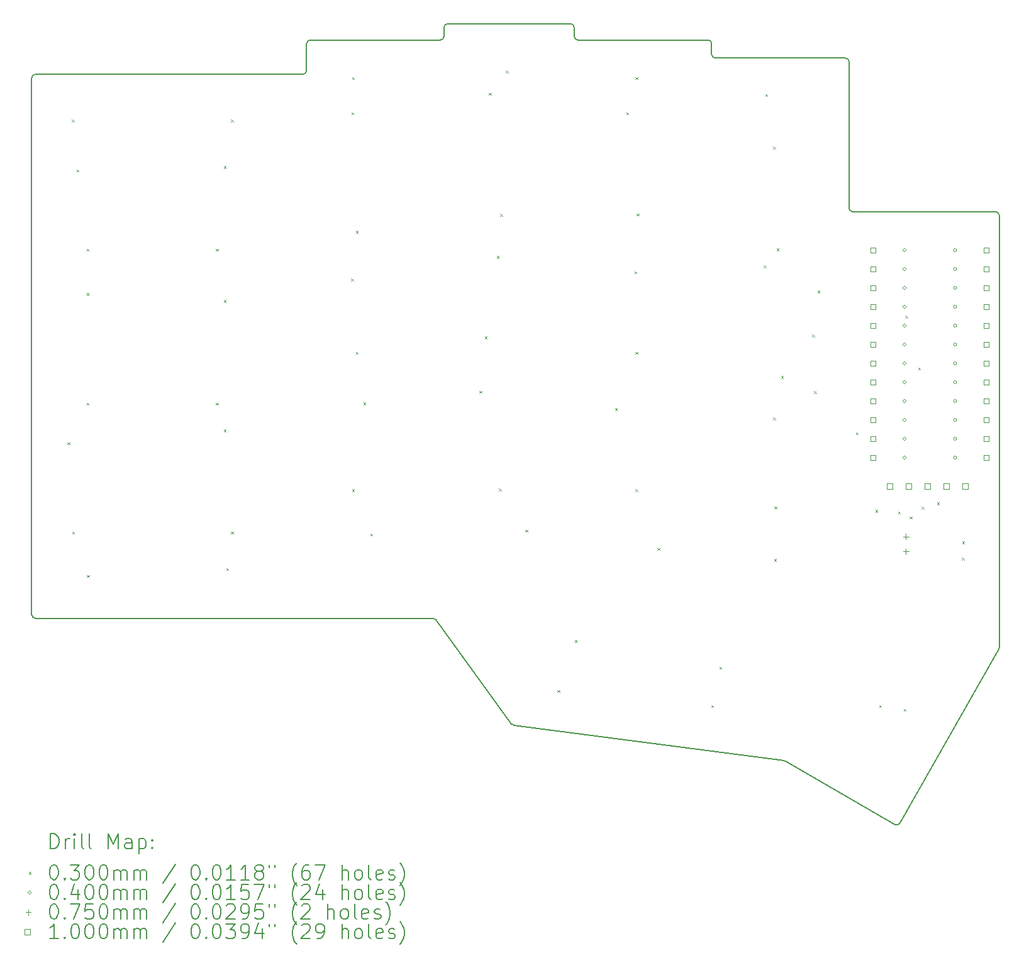
<source format=gbr>
%TF.GenerationSoftware,KiCad,Pcbnew,8.0.8+1*%
%TF.CreationDate,2025-03-02T13:35:21+00:00*%
%TF.ProjectId,zeph_wireless_autorouted,7a657068-5f77-4697-9265-6c6573735f61,0.2*%
%TF.SameCoordinates,Original*%
%TF.FileFunction,Drillmap*%
%TF.FilePolarity,Positive*%
%FSLAX45Y45*%
G04 Gerber Fmt 4.5, Leading zero omitted, Abs format (unit mm)*
G04 Created by KiCad (PCBNEW 8.0.8+1) date 2025-03-02 13:35:21*
%MOMM*%
%LPD*%
G01*
G04 APERTURE LIST*
%ADD10C,0.150000*%
%ADD11C,0.200000*%
%ADD12C,0.100000*%
G04 APERTURE END LIST*
D10*
X15625859Y-12342796D02*
G75*
G02*
X15591861Y-12322556I6491J49576D01*
G01*
X14731500Y-2890950D02*
X16384300Y-2890950D01*
X14681500Y-3060250D02*
X14681500Y-2940950D01*
X14681500Y-3060250D02*
G75*
G02*
X14631500Y-3110250I-50000J0D01*
G01*
X18234300Y-3110250D02*
G75*
G02*
X18284300Y-3160250I0J-50000D01*
G01*
X19259239Y-12818488D02*
G75*
G02*
X19277748Y-12824763I-6479J-49542D01*
G01*
X16484300Y-3110250D02*
G75*
G02*
X16434300Y-3060250I0J50000D01*
G01*
X20752803Y-13676386D02*
X19277748Y-12824763D01*
X20181860Y-5422750D02*
X22106800Y-5422750D01*
X16384300Y-2890950D02*
G75*
G02*
X16434300Y-2940950I0J-50000D01*
G01*
X18334296Y-3353304D02*
G75*
G02*
X18284306Y-3303304I4J49994D01*
G01*
X20181860Y-5422750D02*
G75*
G02*
X20131860Y-5372690I0J50000D01*
G01*
X12831500Y-3160250D02*
G75*
G02*
X12881500Y-3110250I50000J0D01*
G01*
X20084244Y-3353446D02*
G75*
G02*
X20134234Y-3403506I-4J-49994D01*
G01*
X14681500Y-2940950D02*
G75*
G02*
X14731500Y-2890950I50000J0D01*
G01*
X12881500Y-3110250D02*
X14631500Y-3110250D01*
X14535232Y-10899501D02*
G75*
G02*
X14575726Y-10920161I-2J-50019D01*
G01*
X22106800Y-5422750D02*
G75*
G02*
X22156800Y-5472750I0J-50000D01*
G01*
X20134240Y-3403506D02*
X20131861Y-5372690D01*
X22125300Y-11363410D02*
X20821272Y-13657791D01*
X9181701Y-10899748D02*
G75*
G02*
X9131692Y-10849749I-1J50008D01*
G01*
X18334296Y-3353304D02*
X20084244Y-3353446D01*
X22156800Y-11295452D02*
G75*
G02*
X22150103Y-11320453I-50020J3D01*
G01*
X19259239Y-12818488D02*
X15625859Y-12342796D01*
X16484300Y-3110250D02*
X18234300Y-3110250D01*
X9131501Y-3622750D02*
G75*
G02*
X9181500Y-3572751I49999J0D01*
G01*
X15591861Y-12322556D02*
X14575723Y-10920164D01*
X12831500Y-3522651D02*
G75*
G02*
X12781501Y-3572650I-50000J1D01*
G01*
X18284300Y-3160250D02*
X18284300Y-3303304D01*
X16434300Y-2940950D02*
X16434300Y-3060250D01*
X12831500Y-3522651D02*
X12831500Y-3160250D01*
X14535232Y-10899501D02*
X9181701Y-10899748D01*
X20821272Y-13657791D02*
G75*
G02*
X20752802Y-13676388I-43472J24711D01*
G01*
X9131699Y-10849749D02*
X9131501Y-3622750D01*
X22156800Y-5472750D02*
X22156800Y-11295452D01*
X9181500Y-3572749D02*
X12781501Y-3572651D01*
X22150101Y-11320452D02*
X22125300Y-11363410D01*
D11*
D12*
X9612390Y-8530170D02*
X9642390Y-8560170D01*
X9642390Y-8530170D02*
X9612390Y-8560170D01*
X9673820Y-4180750D02*
X9703820Y-4210750D01*
X9703820Y-4180750D02*
X9673820Y-4210750D01*
X9674800Y-9732930D02*
X9704800Y-9762930D01*
X9704800Y-9732930D02*
X9674800Y-9762930D01*
X9735000Y-4855650D02*
X9765000Y-4885650D01*
X9765000Y-4855650D02*
X9735000Y-4885650D01*
X9870000Y-5922700D02*
X9900000Y-5952700D01*
X9900000Y-5922700D02*
X9870000Y-5952700D01*
X9870490Y-7995390D02*
X9900490Y-8025390D01*
X9900490Y-7995390D02*
X9870490Y-8025390D01*
X9872750Y-6518510D02*
X9902750Y-6548510D01*
X9902750Y-6518510D02*
X9872750Y-6548510D01*
X9874630Y-10317370D02*
X9904630Y-10347370D01*
X9904630Y-10317370D02*
X9874630Y-10347370D01*
X11609180Y-5924180D02*
X11639180Y-5954180D01*
X11639180Y-5924180D02*
X11609180Y-5954180D01*
X11609180Y-7995820D02*
X11639180Y-8025820D01*
X11639180Y-7995820D02*
X11609180Y-8025820D01*
X11715460Y-8358970D02*
X11745460Y-8388970D01*
X11745460Y-8358970D02*
X11715460Y-8388970D01*
X11718710Y-4810650D02*
X11748710Y-4840650D01*
X11748710Y-4810650D02*
X11718710Y-4840650D01*
X11718710Y-6612310D02*
X11748710Y-6642310D01*
X11748710Y-6612310D02*
X11718710Y-6642310D01*
X11750930Y-10221870D02*
X11780930Y-10251870D01*
X11780930Y-10221870D02*
X11750930Y-10251870D01*
X11815920Y-4180750D02*
X11845920Y-4210750D01*
X11845920Y-4180750D02*
X11815920Y-4210750D01*
X11816520Y-9732930D02*
X11846520Y-9762930D01*
X11846520Y-9732930D02*
X11816520Y-9762930D01*
X13429800Y-6326640D02*
X13459800Y-6356640D01*
X13459800Y-6326640D02*
X13429800Y-6356640D01*
X13435000Y-4086070D02*
X13465000Y-4116070D01*
X13465000Y-4086070D02*
X13435000Y-4116070D01*
X13445370Y-3610540D02*
X13475370Y-3640540D01*
X13475370Y-3610540D02*
X13445370Y-3640540D01*
X13445370Y-9161630D02*
X13475370Y-9191630D01*
X13475370Y-9161630D02*
X13445370Y-9191630D01*
X13494830Y-5682730D02*
X13524830Y-5712730D01*
X13524830Y-5682730D02*
X13494830Y-5712730D01*
X13494830Y-7312190D02*
X13524830Y-7342190D01*
X13524830Y-7312190D02*
X13494830Y-7342190D01*
X13598150Y-7992980D02*
X13628150Y-8022980D01*
X13628150Y-7992980D02*
X13598150Y-8022980D01*
X13691580Y-9758380D02*
X13721580Y-9788380D01*
X13721580Y-9758380D02*
X13691580Y-9788380D01*
X15156970Y-7836420D02*
X15186970Y-7866420D01*
X15186970Y-7836420D02*
X15156970Y-7866420D01*
X15231700Y-7102950D02*
X15261700Y-7132950D01*
X15261700Y-7102950D02*
X15231700Y-7132950D01*
X15285000Y-3824330D02*
X15315000Y-3854330D01*
X15315000Y-3824330D02*
X15285000Y-3854330D01*
X15392670Y-6018210D02*
X15422670Y-6048210D01*
X15422670Y-6018210D02*
X15392670Y-6048210D01*
X15420000Y-9152920D02*
X15450000Y-9182920D01*
X15450000Y-9152920D02*
X15420000Y-9182920D01*
X15438020Y-5454620D02*
X15468020Y-5484620D01*
X15468020Y-5454620D02*
X15438020Y-5484620D01*
X15516030Y-3523920D02*
X15546030Y-3553920D01*
X15546030Y-3523920D02*
X15516030Y-3553920D01*
X15777530Y-9707880D02*
X15807530Y-9737880D01*
X15807530Y-9707880D02*
X15777530Y-9737880D01*
X16210000Y-11865410D02*
X16240000Y-11895410D01*
X16240000Y-11865410D02*
X16210000Y-11895410D01*
X16442590Y-11194030D02*
X16472590Y-11224030D01*
X16472590Y-11194030D02*
X16442590Y-11224030D01*
X16985220Y-8067670D02*
X17015220Y-8097670D01*
X17015220Y-8067670D02*
X16985220Y-8097670D01*
X17135000Y-4086070D02*
X17165000Y-4116070D01*
X17165000Y-4086070D02*
X17135000Y-4116070D01*
X17246480Y-6226290D02*
X17276480Y-6256290D01*
X17276480Y-6226290D02*
X17246480Y-6256290D01*
X17257660Y-7311440D02*
X17287660Y-7341440D01*
X17287660Y-7311440D02*
X17257660Y-7341440D01*
X17257660Y-9161470D02*
X17287660Y-9191470D01*
X17287660Y-9161470D02*
X17257660Y-9191470D01*
X17259980Y-3612020D02*
X17289980Y-3642020D01*
X17289980Y-3612020D02*
X17259980Y-3642020D01*
X17276610Y-5446790D02*
X17306610Y-5476790D01*
X17306610Y-5446790D02*
X17276610Y-5476790D01*
X17556470Y-9950850D02*
X17586470Y-9980850D01*
X17586470Y-9950850D02*
X17556470Y-9980850D01*
X18278240Y-12070690D02*
X18308240Y-12100690D01*
X18308240Y-12070690D02*
X18278240Y-12100690D01*
X18390030Y-11551560D02*
X18420030Y-11581560D01*
X18420030Y-11551560D02*
X18390030Y-11581560D01*
X18985000Y-6148390D02*
X19015000Y-6178390D01*
X19015000Y-6148390D02*
X18985000Y-6178390D01*
X19006070Y-3841300D02*
X19036070Y-3871300D01*
X19036070Y-3841300D02*
X19006070Y-3871300D01*
X19112770Y-4548910D02*
X19142770Y-4578910D01*
X19142770Y-4548910D02*
X19112770Y-4578910D01*
X19112770Y-8197230D02*
X19142770Y-8227230D01*
X19142770Y-8197230D02*
X19112770Y-8227230D01*
X19124830Y-10100000D02*
X19154830Y-10130000D01*
X19154830Y-10100000D02*
X19124830Y-10130000D01*
X19131080Y-9392330D02*
X19161080Y-9422330D01*
X19161080Y-9392330D02*
X19131080Y-9422330D01*
X19157590Y-5916900D02*
X19187590Y-5946900D01*
X19187590Y-5916900D02*
X19157590Y-5946900D01*
X19218820Y-7638330D02*
X19248820Y-7668330D01*
X19248820Y-7638330D02*
X19218820Y-7668330D01*
X19638050Y-7080290D02*
X19668050Y-7110290D01*
X19668050Y-7080290D02*
X19638050Y-7110290D01*
X19660950Y-7839670D02*
X19690950Y-7869670D01*
X19690950Y-7839670D02*
X19660950Y-7869670D01*
X19709030Y-6486030D02*
X19739030Y-6516030D01*
X19739030Y-6486030D02*
X19709030Y-6516030D01*
X20224450Y-8395130D02*
X20254450Y-8425130D01*
X20254450Y-8395130D02*
X20224450Y-8425130D01*
X20489910Y-9440710D02*
X20519910Y-9470710D01*
X20519910Y-9440710D02*
X20489910Y-9470710D01*
X20537540Y-12070690D02*
X20567540Y-12100690D01*
X20567540Y-12070690D02*
X20537540Y-12100690D01*
X20793700Y-9460290D02*
X20823700Y-9490290D01*
X20823700Y-9460290D02*
X20793700Y-9490290D01*
X20870490Y-12119170D02*
X20900490Y-12149170D01*
X20900490Y-12119170D02*
X20870490Y-12149170D01*
X20892470Y-6822500D02*
X20922470Y-6852500D01*
X20922470Y-6822500D02*
X20892470Y-6852500D01*
X20951600Y-9528550D02*
X20981600Y-9558550D01*
X20981600Y-9528550D02*
X20951600Y-9558550D01*
X21065240Y-7523500D02*
X21095240Y-7553500D01*
X21095240Y-7523500D02*
X21065240Y-7553500D01*
X21112010Y-9400080D02*
X21142010Y-9430080D01*
X21142010Y-9400080D02*
X21112010Y-9430080D01*
X21316990Y-9339910D02*
X21346990Y-9369910D01*
X21346990Y-9339910D02*
X21316990Y-9369910D01*
X21651810Y-10085000D02*
X21681810Y-10115000D01*
X21681810Y-10085000D02*
X21651810Y-10115000D01*
X21655800Y-9865340D02*
X21685800Y-9895340D01*
X21685800Y-9865340D02*
X21655800Y-9895340D01*
X20900400Y-5942000D02*
G75*
G02*
X20860400Y-5942000I-20000J0D01*
G01*
X20860400Y-5942000D02*
G75*
G02*
X20900400Y-5942000I20000J0D01*
G01*
X20900400Y-6196000D02*
G75*
G02*
X20860400Y-6196000I-20000J0D01*
G01*
X20860400Y-6196000D02*
G75*
G02*
X20900400Y-6196000I20000J0D01*
G01*
X20900400Y-6450000D02*
G75*
G02*
X20860400Y-6450000I-20000J0D01*
G01*
X20860400Y-6450000D02*
G75*
G02*
X20900400Y-6450000I20000J0D01*
G01*
X20900400Y-6704000D02*
G75*
G02*
X20860400Y-6704000I-20000J0D01*
G01*
X20860400Y-6704000D02*
G75*
G02*
X20900400Y-6704000I20000J0D01*
G01*
X20900400Y-6958000D02*
G75*
G02*
X20860400Y-6958000I-20000J0D01*
G01*
X20860400Y-6958000D02*
G75*
G02*
X20900400Y-6958000I20000J0D01*
G01*
X20900400Y-7212000D02*
G75*
G02*
X20860400Y-7212000I-20000J0D01*
G01*
X20860400Y-7212000D02*
G75*
G02*
X20900400Y-7212000I20000J0D01*
G01*
X20900400Y-7466000D02*
G75*
G02*
X20860400Y-7466000I-20000J0D01*
G01*
X20860400Y-7466000D02*
G75*
G02*
X20900400Y-7466000I20000J0D01*
G01*
X20900400Y-7720000D02*
G75*
G02*
X20860400Y-7720000I-20000J0D01*
G01*
X20860400Y-7720000D02*
G75*
G02*
X20900400Y-7720000I20000J0D01*
G01*
X20900400Y-7974000D02*
G75*
G02*
X20860400Y-7974000I-20000J0D01*
G01*
X20860400Y-7974000D02*
G75*
G02*
X20900400Y-7974000I20000J0D01*
G01*
X20900400Y-8228000D02*
G75*
G02*
X20860400Y-8228000I-20000J0D01*
G01*
X20860400Y-8228000D02*
G75*
G02*
X20900400Y-8228000I20000J0D01*
G01*
X20900400Y-8482000D02*
G75*
G02*
X20860400Y-8482000I-20000J0D01*
G01*
X20860400Y-8482000D02*
G75*
G02*
X20900400Y-8482000I20000J0D01*
G01*
X20900400Y-8736000D02*
G75*
G02*
X20860400Y-8736000I-20000J0D01*
G01*
X20860400Y-8736000D02*
G75*
G02*
X20900400Y-8736000I20000J0D01*
G01*
X21580400Y-5942000D02*
G75*
G02*
X21540400Y-5942000I-20000J0D01*
G01*
X21540400Y-5942000D02*
G75*
G02*
X21580400Y-5942000I20000J0D01*
G01*
X21580400Y-6196000D02*
G75*
G02*
X21540400Y-6196000I-20000J0D01*
G01*
X21540400Y-6196000D02*
G75*
G02*
X21580400Y-6196000I20000J0D01*
G01*
X21580400Y-6450000D02*
G75*
G02*
X21540400Y-6450000I-20000J0D01*
G01*
X21540400Y-6450000D02*
G75*
G02*
X21580400Y-6450000I20000J0D01*
G01*
X21580400Y-6704000D02*
G75*
G02*
X21540400Y-6704000I-20000J0D01*
G01*
X21540400Y-6704000D02*
G75*
G02*
X21580400Y-6704000I20000J0D01*
G01*
X21580400Y-6958000D02*
G75*
G02*
X21540400Y-6958000I-20000J0D01*
G01*
X21540400Y-6958000D02*
G75*
G02*
X21580400Y-6958000I20000J0D01*
G01*
X21580400Y-7212000D02*
G75*
G02*
X21540400Y-7212000I-20000J0D01*
G01*
X21540400Y-7212000D02*
G75*
G02*
X21580400Y-7212000I20000J0D01*
G01*
X21580400Y-7466000D02*
G75*
G02*
X21540400Y-7466000I-20000J0D01*
G01*
X21540400Y-7466000D02*
G75*
G02*
X21580400Y-7466000I20000J0D01*
G01*
X21580400Y-7720000D02*
G75*
G02*
X21540400Y-7720000I-20000J0D01*
G01*
X21540400Y-7720000D02*
G75*
G02*
X21580400Y-7720000I20000J0D01*
G01*
X21580400Y-7974000D02*
G75*
G02*
X21540400Y-7974000I-20000J0D01*
G01*
X21540400Y-7974000D02*
G75*
G02*
X21580400Y-7974000I20000J0D01*
G01*
X21580400Y-8228000D02*
G75*
G02*
X21540400Y-8228000I-20000J0D01*
G01*
X21540400Y-8228000D02*
G75*
G02*
X21580400Y-8228000I20000J0D01*
G01*
X21580400Y-8482000D02*
G75*
G02*
X21540400Y-8482000I-20000J0D01*
G01*
X21540400Y-8482000D02*
G75*
G02*
X21580400Y-8482000I20000J0D01*
G01*
X21580400Y-8736000D02*
G75*
G02*
X21540400Y-8736000I-20000J0D01*
G01*
X21540400Y-8736000D02*
G75*
G02*
X21580400Y-8736000I20000J0D01*
G01*
X20900000Y-9762500D02*
X20900000Y-9837500D01*
X20862500Y-9800000D02*
X20937500Y-9800000D01*
X20900000Y-9962500D02*
X20900000Y-10037500D01*
X20862500Y-10000000D02*
X20937500Y-10000000D01*
X20493756Y-5977356D02*
X20493756Y-5906644D01*
X20423044Y-5906644D01*
X20423044Y-5977356D01*
X20493756Y-5977356D01*
X20493756Y-6231356D02*
X20493756Y-6160644D01*
X20423044Y-6160644D01*
X20423044Y-6231356D01*
X20493756Y-6231356D01*
X20493756Y-6485356D02*
X20493756Y-6414644D01*
X20423044Y-6414644D01*
X20423044Y-6485356D01*
X20493756Y-6485356D01*
X20493756Y-6739356D02*
X20493756Y-6668644D01*
X20423044Y-6668644D01*
X20423044Y-6739356D01*
X20493756Y-6739356D01*
X20493756Y-6993356D02*
X20493756Y-6922644D01*
X20423044Y-6922644D01*
X20423044Y-6993356D01*
X20493756Y-6993356D01*
X20493756Y-7247356D02*
X20493756Y-7176644D01*
X20423044Y-7176644D01*
X20423044Y-7247356D01*
X20493756Y-7247356D01*
X20493756Y-7501356D02*
X20493756Y-7430644D01*
X20423044Y-7430644D01*
X20423044Y-7501356D01*
X20493756Y-7501356D01*
X20493756Y-7755356D02*
X20493756Y-7684644D01*
X20423044Y-7684644D01*
X20423044Y-7755356D01*
X20493756Y-7755356D01*
X20493756Y-8009356D02*
X20493756Y-7938644D01*
X20423044Y-7938644D01*
X20423044Y-8009356D01*
X20493756Y-8009356D01*
X20493756Y-8263356D02*
X20493756Y-8192644D01*
X20423044Y-8192644D01*
X20423044Y-8263356D01*
X20493756Y-8263356D01*
X20493756Y-8517356D02*
X20493756Y-8446644D01*
X20423044Y-8446644D01*
X20423044Y-8517356D01*
X20493756Y-8517356D01*
X20493756Y-8771356D02*
X20493756Y-8700644D01*
X20423044Y-8700644D01*
X20423044Y-8771356D01*
X20493756Y-8771356D01*
X20717056Y-9155356D02*
X20717056Y-9084644D01*
X20646344Y-9084644D01*
X20646344Y-9155356D01*
X20717056Y-9155356D01*
X20971056Y-9155356D02*
X20971056Y-9084644D01*
X20900344Y-9084644D01*
X20900344Y-9155356D01*
X20971056Y-9155356D01*
X21225056Y-9155356D02*
X21225056Y-9084644D01*
X21154344Y-9084644D01*
X21154344Y-9155356D01*
X21225056Y-9155356D01*
X21479056Y-9155356D02*
X21479056Y-9084644D01*
X21408344Y-9084644D01*
X21408344Y-9155356D01*
X21479056Y-9155356D01*
X21733056Y-9155356D02*
X21733056Y-9084644D01*
X21662344Y-9084644D01*
X21662344Y-9155356D01*
X21733056Y-9155356D01*
X22017756Y-5977356D02*
X22017756Y-5906644D01*
X21947044Y-5906644D01*
X21947044Y-5977356D01*
X22017756Y-5977356D01*
X22017756Y-6231356D02*
X22017756Y-6160644D01*
X21947044Y-6160644D01*
X21947044Y-6231356D01*
X22017756Y-6231356D01*
X22017756Y-6485356D02*
X22017756Y-6414644D01*
X21947044Y-6414644D01*
X21947044Y-6485356D01*
X22017756Y-6485356D01*
X22017756Y-6739356D02*
X22017756Y-6668644D01*
X21947044Y-6668644D01*
X21947044Y-6739356D01*
X22017756Y-6739356D01*
X22017756Y-6993356D02*
X22017756Y-6922644D01*
X21947044Y-6922644D01*
X21947044Y-6993356D01*
X22017756Y-6993356D01*
X22017756Y-7247356D02*
X22017756Y-7176644D01*
X21947044Y-7176644D01*
X21947044Y-7247356D01*
X22017756Y-7247356D01*
X22017756Y-7501356D02*
X22017756Y-7430644D01*
X21947044Y-7430644D01*
X21947044Y-7501356D01*
X22017756Y-7501356D01*
X22017756Y-7755356D02*
X22017756Y-7684644D01*
X21947044Y-7684644D01*
X21947044Y-7755356D01*
X22017756Y-7755356D01*
X22017756Y-8009356D02*
X22017756Y-7938644D01*
X21947044Y-7938644D01*
X21947044Y-8009356D01*
X22017756Y-8009356D01*
X22017756Y-8263356D02*
X22017756Y-8192644D01*
X21947044Y-8192644D01*
X21947044Y-8263356D01*
X22017756Y-8263356D01*
X22017756Y-8517356D02*
X22017756Y-8446644D01*
X21947044Y-8446644D01*
X21947044Y-8517356D01*
X22017756Y-8517356D01*
X22017756Y-8771356D02*
X22017756Y-8700644D01*
X21947044Y-8700644D01*
X21947044Y-8771356D01*
X22017756Y-8771356D01*
D11*
X9384778Y-14002069D02*
X9384778Y-13802069D01*
X9384778Y-13802069D02*
X9432397Y-13802069D01*
X9432397Y-13802069D02*
X9460969Y-13811592D01*
X9460969Y-13811592D02*
X9480016Y-13830640D01*
X9480016Y-13830640D02*
X9489540Y-13849688D01*
X9489540Y-13849688D02*
X9499064Y-13887783D01*
X9499064Y-13887783D02*
X9499064Y-13916354D01*
X9499064Y-13916354D02*
X9489540Y-13954449D01*
X9489540Y-13954449D02*
X9480016Y-13973497D01*
X9480016Y-13973497D02*
X9460969Y-13992545D01*
X9460969Y-13992545D02*
X9432397Y-14002069D01*
X9432397Y-14002069D02*
X9384778Y-14002069D01*
X9584778Y-14002069D02*
X9584778Y-13868735D01*
X9584778Y-13906830D02*
X9594302Y-13887783D01*
X9594302Y-13887783D02*
X9603826Y-13878259D01*
X9603826Y-13878259D02*
X9622873Y-13868735D01*
X9622873Y-13868735D02*
X9641921Y-13868735D01*
X9708588Y-14002069D02*
X9708588Y-13868735D01*
X9708588Y-13802069D02*
X9699064Y-13811592D01*
X9699064Y-13811592D02*
X9708588Y-13821116D01*
X9708588Y-13821116D02*
X9718112Y-13811592D01*
X9718112Y-13811592D02*
X9708588Y-13802069D01*
X9708588Y-13802069D02*
X9708588Y-13821116D01*
X9832397Y-14002069D02*
X9813350Y-13992545D01*
X9813350Y-13992545D02*
X9803826Y-13973497D01*
X9803826Y-13973497D02*
X9803826Y-13802069D01*
X9937159Y-14002069D02*
X9918112Y-13992545D01*
X9918112Y-13992545D02*
X9908588Y-13973497D01*
X9908588Y-13973497D02*
X9908588Y-13802069D01*
X10165731Y-14002069D02*
X10165731Y-13802069D01*
X10165731Y-13802069D02*
X10232397Y-13944926D01*
X10232397Y-13944926D02*
X10299064Y-13802069D01*
X10299064Y-13802069D02*
X10299064Y-14002069D01*
X10480016Y-14002069D02*
X10480016Y-13897307D01*
X10480016Y-13897307D02*
X10470493Y-13878259D01*
X10470493Y-13878259D02*
X10451445Y-13868735D01*
X10451445Y-13868735D02*
X10413350Y-13868735D01*
X10413350Y-13868735D02*
X10394302Y-13878259D01*
X10480016Y-13992545D02*
X10460969Y-14002069D01*
X10460969Y-14002069D02*
X10413350Y-14002069D01*
X10413350Y-14002069D02*
X10394302Y-13992545D01*
X10394302Y-13992545D02*
X10384778Y-13973497D01*
X10384778Y-13973497D02*
X10384778Y-13954449D01*
X10384778Y-13954449D02*
X10394302Y-13935402D01*
X10394302Y-13935402D02*
X10413350Y-13925878D01*
X10413350Y-13925878D02*
X10460969Y-13925878D01*
X10460969Y-13925878D02*
X10480016Y-13916354D01*
X10575254Y-13868735D02*
X10575254Y-14068735D01*
X10575254Y-13878259D02*
X10594302Y-13868735D01*
X10594302Y-13868735D02*
X10632397Y-13868735D01*
X10632397Y-13868735D02*
X10651445Y-13878259D01*
X10651445Y-13878259D02*
X10660969Y-13887783D01*
X10660969Y-13887783D02*
X10670493Y-13906830D01*
X10670493Y-13906830D02*
X10670493Y-13963973D01*
X10670493Y-13963973D02*
X10660969Y-13983021D01*
X10660969Y-13983021D02*
X10651445Y-13992545D01*
X10651445Y-13992545D02*
X10632397Y-14002069D01*
X10632397Y-14002069D02*
X10594302Y-14002069D01*
X10594302Y-14002069D02*
X10575254Y-13992545D01*
X10756207Y-13983021D02*
X10765731Y-13992545D01*
X10765731Y-13992545D02*
X10756207Y-14002069D01*
X10756207Y-14002069D02*
X10746683Y-13992545D01*
X10746683Y-13992545D02*
X10756207Y-13983021D01*
X10756207Y-13983021D02*
X10756207Y-14002069D01*
X10756207Y-13878259D02*
X10765731Y-13887783D01*
X10765731Y-13887783D02*
X10756207Y-13897307D01*
X10756207Y-13897307D02*
X10746683Y-13887783D01*
X10746683Y-13887783D02*
X10756207Y-13878259D01*
X10756207Y-13878259D02*
X10756207Y-13897307D01*
D12*
X9094001Y-14315585D02*
X9124001Y-14345585D01*
X9124001Y-14315585D02*
X9094001Y-14345585D01*
D11*
X9422873Y-14222069D02*
X9441921Y-14222069D01*
X9441921Y-14222069D02*
X9460969Y-14231592D01*
X9460969Y-14231592D02*
X9470493Y-14241116D01*
X9470493Y-14241116D02*
X9480016Y-14260164D01*
X9480016Y-14260164D02*
X9489540Y-14298259D01*
X9489540Y-14298259D02*
X9489540Y-14345878D01*
X9489540Y-14345878D02*
X9480016Y-14383973D01*
X9480016Y-14383973D02*
X9470493Y-14403021D01*
X9470493Y-14403021D02*
X9460969Y-14412545D01*
X9460969Y-14412545D02*
X9441921Y-14422069D01*
X9441921Y-14422069D02*
X9422873Y-14422069D01*
X9422873Y-14422069D02*
X9403826Y-14412545D01*
X9403826Y-14412545D02*
X9394302Y-14403021D01*
X9394302Y-14403021D02*
X9384778Y-14383973D01*
X9384778Y-14383973D02*
X9375254Y-14345878D01*
X9375254Y-14345878D02*
X9375254Y-14298259D01*
X9375254Y-14298259D02*
X9384778Y-14260164D01*
X9384778Y-14260164D02*
X9394302Y-14241116D01*
X9394302Y-14241116D02*
X9403826Y-14231592D01*
X9403826Y-14231592D02*
X9422873Y-14222069D01*
X9575254Y-14403021D02*
X9584778Y-14412545D01*
X9584778Y-14412545D02*
X9575254Y-14422069D01*
X9575254Y-14422069D02*
X9565731Y-14412545D01*
X9565731Y-14412545D02*
X9575254Y-14403021D01*
X9575254Y-14403021D02*
X9575254Y-14422069D01*
X9651445Y-14222069D02*
X9775254Y-14222069D01*
X9775254Y-14222069D02*
X9708588Y-14298259D01*
X9708588Y-14298259D02*
X9737159Y-14298259D01*
X9737159Y-14298259D02*
X9756207Y-14307783D01*
X9756207Y-14307783D02*
X9765731Y-14317307D01*
X9765731Y-14317307D02*
X9775254Y-14336354D01*
X9775254Y-14336354D02*
X9775254Y-14383973D01*
X9775254Y-14383973D02*
X9765731Y-14403021D01*
X9765731Y-14403021D02*
X9756207Y-14412545D01*
X9756207Y-14412545D02*
X9737159Y-14422069D01*
X9737159Y-14422069D02*
X9680016Y-14422069D01*
X9680016Y-14422069D02*
X9660969Y-14412545D01*
X9660969Y-14412545D02*
X9651445Y-14403021D01*
X9899064Y-14222069D02*
X9918112Y-14222069D01*
X9918112Y-14222069D02*
X9937159Y-14231592D01*
X9937159Y-14231592D02*
X9946683Y-14241116D01*
X9946683Y-14241116D02*
X9956207Y-14260164D01*
X9956207Y-14260164D02*
X9965731Y-14298259D01*
X9965731Y-14298259D02*
X9965731Y-14345878D01*
X9965731Y-14345878D02*
X9956207Y-14383973D01*
X9956207Y-14383973D02*
X9946683Y-14403021D01*
X9946683Y-14403021D02*
X9937159Y-14412545D01*
X9937159Y-14412545D02*
X9918112Y-14422069D01*
X9918112Y-14422069D02*
X9899064Y-14422069D01*
X9899064Y-14422069D02*
X9880016Y-14412545D01*
X9880016Y-14412545D02*
X9870493Y-14403021D01*
X9870493Y-14403021D02*
X9860969Y-14383973D01*
X9860969Y-14383973D02*
X9851445Y-14345878D01*
X9851445Y-14345878D02*
X9851445Y-14298259D01*
X9851445Y-14298259D02*
X9860969Y-14260164D01*
X9860969Y-14260164D02*
X9870493Y-14241116D01*
X9870493Y-14241116D02*
X9880016Y-14231592D01*
X9880016Y-14231592D02*
X9899064Y-14222069D01*
X10089540Y-14222069D02*
X10108588Y-14222069D01*
X10108588Y-14222069D02*
X10127635Y-14231592D01*
X10127635Y-14231592D02*
X10137159Y-14241116D01*
X10137159Y-14241116D02*
X10146683Y-14260164D01*
X10146683Y-14260164D02*
X10156207Y-14298259D01*
X10156207Y-14298259D02*
X10156207Y-14345878D01*
X10156207Y-14345878D02*
X10146683Y-14383973D01*
X10146683Y-14383973D02*
X10137159Y-14403021D01*
X10137159Y-14403021D02*
X10127635Y-14412545D01*
X10127635Y-14412545D02*
X10108588Y-14422069D01*
X10108588Y-14422069D02*
X10089540Y-14422069D01*
X10089540Y-14422069D02*
X10070493Y-14412545D01*
X10070493Y-14412545D02*
X10060969Y-14403021D01*
X10060969Y-14403021D02*
X10051445Y-14383973D01*
X10051445Y-14383973D02*
X10041921Y-14345878D01*
X10041921Y-14345878D02*
X10041921Y-14298259D01*
X10041921Y-14298259D02*
X10051445Y-14260164D01*
X10051445Y-14260164D02*
X10060969Y-14241116D01*
X10060969Y-14241116D02*
X10070493Y-14231592D01*
X10070493Y-14231592D02*
X10089540Y-14222069D01*
X10241921Y-14422069D02*
X10241921Y-14288735D01*
X10241921Y-14307783D02*
X10251445Y-14298259D01*
X10251445Y-14298259D02*
X10270493Y-14288735D01*
X10270493Y-14288735D02*
X10299064Y-14288735D01*
X10299064Y-14288735D02*
X10318112Y-14298259D01*
X10318112Y-14298259D02*
X10327635Y-14317307D01*
X10327635Y-14317307D02*
X10327635Y-14422069D01*
X10327635Y-14317307D02*
X10337159Y-14298259D01*
X10337159Y-14298259D02*
X10356207Y-14288735D01*
X10356207Y-14288735D02*
X10384778Y-14288735D01*
X10384778Y-14288735D02*
X10403826Y-14298259D01*
X10403826Y-14298259D02*
X10413350Y-14317307D01*
X10413350Y-14317307D02*
X10413350Y-14422069D01*
X10508588Y-14422069D02*
X10508588Y-14288735D01*
X10508588Y-14307783D02*
X10518112Y-14298259D01*
X10518112Y-14298259D02*
X10537159Y-14288735D01*
X10537159Y-14288735D02*
X10565731Y-14288735D01*
X10565731Y-14288735D02*
X10584778Y-14298259D01*
X10584778Y-14298259D02*
X10594302Y-14317307D01*
X10594302Y-14317307D02*
X10594302Y-14422069D01*
X10594302Y-14317307D02*
X10603826Y-14298259D01*
X10603826Y-14298259D02*
X10622874Y-14288735D01*
X10622874Y-14288735D02*
X10651445Y-14288735D01*
X10651445Y-14288735D02*
X10670493Y-14298259D01*
X10670493Y-14298259D02*
X10680016Y-14317307D01*
X10680016Y-14317307D02*
X10680016Y-14422069D01*
X11070493Y-14212545D02*
X10899064Y-14469688D01*
X11327635Y-14222069D02*
X11346683Y-14222069D01*
X11346683Y-14222069D02*
X11365731Y-14231592D01*
X11365731Y-14231592D02*
X11375255Y-14241116D01*
X11375255Y-14241116D02*
X11384778Y-14260164D01*
X11384778Y-14260164D02*
X11394302Y-14298259D01*
X11394302Y-14298259D02*
X11394302Y-14345878D01*
X11394302Y-14345878D02*
X11384778Y-14383973D01*
X11384778Y-14383973D02*
X11375255Y-14403021D01*
X11375255Y-14403021D02*
X11365731Y-14412545D01*
X11365731Y-14412545D02*
X11346683Y-14422069D01*
X11346683Y-14422069D02*
X11327635Y-14422069D01*
X11327635Y-14422069D02*
X11308588Y-14412545D01*
X11308588Y-14412545D02*
X11299064Y-14403021D01*
X11299064Y-14403021D02*
X11289540Y-14383973D01*
X11289540Y-14383973D02*
X11280016Y-14345878D01*
X11280016Y-14345878D02*
X11280016Y-14298259D01*
X11280016Y-14298259D02*
X11289540Y-14260164D01*
X11289540Y-14260164D02*
X11299064Y-14241116D01*
X11299064Y-14241116D02*
X11308588Y-14231592D01*
X11308588Y-14231592D02*
X11327635Y-14222069D01*
X11480016Y-14403021D02*
X11489540Y-14412545D01*
X11489540Y-14412545D02*
X11480016Y-14422069D01*
X11480016Y-14422069D02*
X11470493Y-14412545D01*
X11470493Y-14412545D02*
X11480016Y-14403021D01*
X11480016Y-14403021D02*
X11480016Y-14422069D01*
X11613350Y-14222069D02*
X11632397Y-14222069D01*
X11632397Y-14222069D02*
X11651445Y-14231592D01*
X11651445Y-14231592D02*
X11660969Y-14241116D01*
X11660969Y-14241116D02*
X11670493Y-14260164D01*
X11670493Y-14260164D02*
X11680016Y-14298259D01*
X11680016Y-14298259D02*
X11680016Y-14345878D01*
X11680016Y-14345878D02*
X11670493Y-14383973D01*
X11670493Y-14383973D02*
X11660969Y-14403021D01*
X11660969Y-14403021D02*
X11651445Y-14412545D01*
X11651445Y-14412545D02*
X11632397Y-14422069D01*
X11632397Y-14422069D02*
X11613350Y-14422069D01*
X11613350Y-14422069D02*
X11594302Y-14412545D01*
X11594302Y-14412545D02*
X11584778Y-14403021D01*
X11584778Y-14403021D02*
X11575255Y-14383973D01*
X11575255Y-14383973D02*
X11565731Y-14345878D01*
X11565731Y-14345878D02*
X11565731Y-14298259D01*
X11565731Y-14298259D02*
X11575255Y-14260164D01*
X11575255Y-14260164D02*
X11584778Y-14241116D01*
X11584778Y-14241116D02*
X11594302Y-14231592D01*
X11594302Y-14231592D02*
X11613350Y-14222069D01*
X11870493Y-14422069D02*
X11756207Y-14422069D01*
X11813350Y-14422069D02*
X11813350Y-14222069D01*
X11813350Y-14222069D02*
X11794302Y-14250640D01*
X11794302Y-14250640D02*
X11775255Y-14269688D01*
X11775255Y-14269688D02*
X11756207Y-14279211D01*
X12060969Y-14422069D02*
X11946683Y-14422069D01*
X12003826Y-14422069D02*
X12003826Y-14222069D01*
X12003826Y-14222069D02*
X11984778Y-14250640D01*
X11984778Y-14250640D02*
X11965731Y-14269688D01*
X11965731Y-14269688D02*
X11946683Y-14279211D01*
X12175255Y-14307783D02*
X12156207Y-14298259D01*
X12156207Y-14298259D02*
X12146683Y-14288735D01*
X12146683Y-14288735D02*
X12137159Y-14269688D01*
X12137159Y-14269688D02*
X12137159Y-14260164D01*
X12137159Y-14260164D02*
X12146683Y-14241116D01*
X12146683Y-14241116D02*
X12156207Y-14231592D01*
X12156207Y-14231592D02*
X12175255Y-14222069D01*
X12175255Y-14222069D02*
X12213350Y-14222069D01*
X12213350Y-14222069D02*
X12232397Y-14231592D01*
X12232397Y-14231592D02*
X12241921Y-14241116D01*
X12241921Y-14241116D02*
X12251445Y-14260164D01*
X12251445Y-14260164D02*
X12251445Y-14269688D01*
X12251445Y-14269688D02*
X12241921Y-14288735D01*
X12241921Y-14288735D02*
X12232397Y-14298259D01*
X12232397Y-14298259D02*
X12213350Y-14307783D01*
X12213350Y-14307783D02*
X12175255Y-14307783D01*
X12175255Y-14307783D02*
X12156207Y-14317307D01*
X12156207Y-14317307D02*
X12146683Y-14326830D01*
X12146683Y-14326830D02*
X12137159Y-14345878D01*
X12137159Y-14345878D02*
X12137159Y-14383973D01*
X12137159Y-14383973D02*
X12146683Y-14403021D01*
X12146683Y-14403021D02*
X12156207Y-14412545D01*
X12156207Y-14412545D02*
X12175255Y-14422069D01*
X12175255Y-14422069D02*
X12213350Y-14422069D01*
X12213350Y-14422069D02*
X12232397Y-14412545D01*
X12232397Y-14412545D02*
X12241921Y-14403021D01*
X12241921Y-14403021D02*
X12251445Y-14383973D01*
X12251445Y-14383973D02*
X12251445Y-14345878D01*
X12251445Y-14345878D02*
X12241921Y-14326830D01*
X12241921Y-14326830D02*
X12232397Y-14317307D01*
X12232397Y-14317307D02*
X12213350Y-14307783D01*
X12327636Y-14222069D02*
X12327636Y-14260164D01*
X12403826Y-14222069D02*
X12403826Y-14260164D01*
X12699064Y-14498259D02*
X12689540Y-14488735D01*
X12689540Y-14488735D02*
X12670493Y-14460164D01*
X12670493Y-14460164D02*
X12660969Y-14441116D01*
X12660969Y-14441116D02*
X12651445Y-14412545D01*
X12651445Y-14412545D02*
X12641921Y-14364926D01*
X12641921Y-14364926D02*
X12641921Y-14326830D01*
X12641921Y-14326830D02*
X12651445Y-14279211D01*
X12651445Y-14279211D02*
X12660969Y-14250640D01*
X12660969Y-14250640D02*
X12670493Y-14231592D01*
X12670493Y-14231592D02*
X12689540Y-14203021D01*
X12689540Y-14203021D02*
X12699064Y-14193497D01*
X12860969Y-14222069D02*
X12822874Y-14222069D01*
X12822874Y-14222069D02*
X12803826Y-14231592D01*
X12803826Y-14231592D02*
X12794302Y-14241116D01*
X12794302Y-14241116D02*
X12775255Y-14269688D01*
X12775255Y-14269688D02*
X12765731Y-14307783D01*
X12765731Y-14307783D02*
X12765731Y-14383973D01*
X12765731Y-14383973D02*
X12775255Y-14403021D01*
X12775255Y-14403021D02*
X12784778Y-14412545D01*
X12784778Y-14412545D02*
X12803826Y-14422069D01*
X12803826Y-14422069D02*
X12841921Y-14422069D01*
X12841921Y-14422069D02*
X12860969Y-14412545D01*
X12860969Y-14412545D02*
X12870493Y-14403021D01*
X12870493Y-14403021D02*
X12880017Y-14383973D01*
X12880017Y-14383973D02*
X12880017Y-14336354D01*
X12880017Y-14336354D02*
X12870493Y-14317307D01*
X12870493Y-14317307D02*
X12860969Y-14307783D01*
X12860969Y-14307783D02*
X12841921Y-14298259D01*
X12841921Y-14298259D02*
X12803826Y-14298259D01*
X12803826Y-14298259D02*
X12784778Y-14307783D01*
X12784778Y-14307783D02*
X12775255Y-14317307D01*
X12775255Y-14317307D02*
X12765731Y-14336354D01*
X12946683Y-14222069D02*
X13080017Y-14222069D01*
X13080017Y-14222069D02*
X12994302Y-14422069D01*
X13308588Y-14422069D02*
X13308588Y-14222069D01*
X13394302Y-14422069D02*
X13394302Y-14317307D01*
X13394302Y-14317307D02*
X13384779Y-14298259D01*
X13384779Y-14298259D02*
X13365731Y-14288735D01*
X13365731Y-14288735D02*
X13337159Y-14288735D01*
X13337159Y-14288735D02*
X13318112Y-14298259D01*
X13318112Y-14298259D02*
X13308588Y-14307783D01*
X13518112Y-14422069D02*
X13499064Y-14412545D01*
X13499064Y-14412545D02*
X13489540Y-14403021D01*
X13489540Y-14403021D02*
X13480017Y-14383973D01*
X13480017Y-14383973D02*
X13480017Y-14326830D01*
X13480017Y-14326830D02*
X13489540Y-14307783D01*
X13489540Y-14307783D02*
X13499064Y-14298259D01*
X13499064Y-14298259D02*
X13518112Y-14288735D01*
X13518112Y-14288735D02*
X13546683Y-14288735D01*
X13546683Y-14288735D02*
X13565731Y-14298259D01*
X13565731Y-14298259D02*
X13575255Y-14307783D01*
X13575255Y-14307783D02*
X13584779Y-14326830D01*
X13584779Y-14326830D02*
X13584779Y-14383973D01*
X13584779Y-14383973D02*
X13575255Y-14403021D01*
X13575255Y-14403021D02*
X13565731Y-14412545D01*
X13565731Y-14412545D02*
X13546683Y-14422069D01*
X13546683Y-14422069D02*
X13518112Y-14422069D01*
X13699064Y-14422069D02*
X13680017Y-14412545D01*
X13680017Y-14412545D02*
X13670493Y-14393497D01*
X13670493Y-14393497D02*
X13670493Y-14222069D01*
X13851445Y-14412545D02*
X13832398Y-14422069D01*
X13832398Y-14422069D02*
X13794302Y-14422069D01*
X13794302Y-14422069D02*
X13775255Y-14412545D01*
X13775255Y-14412545D02*
X13765731Y-14393497D01*
X13765731Y-14393497D02*
X13765731Y-14317307D01*
X13765731Y-14317307D02*
X13775255Y-14298259D01*
X13775255Y-14298259D02*
X13794302Y-14288735D01*
X13794302Y-14288735D02*
X13832398Y-14288735D01*
X13832398Y-14288735D02*
X13851445Y-14298259D01*
X13851445Y-14298259D02*
X13860969Y-14317307D01*
X13860969Y-14317307D02*
X13860969Y-14336354D01*
X13860969Y-14336354D02*
X13765731Y-14355402D01*
X13937160Y-14412545D02*
X13956207Y-14422069D01*
X13956207Y-14422069D02*
X13994302Y-14422069D01*
X13994302Y-14422069D02*
X14013350Y-14412545D01*
X14013350Y-14412545D02*
X14022874Y-14393497D01*
X14022874Y-14393497D02*
X14022874Y-14383973D01*
X14022874Y-14383973D02*
X14013350Y-14364926D01*
X14013350Y-14364926D02*
X13994302Y-14355402D01*
X13994302Y-14355402D02*
X13965731Y-14355402D01*
X13965731Y-14355402D02*
X13946683Y-14345878D01*
X13946683Y-14345878D02*
X13937160Y-14326830D01*
X13937160Y-14326830D02*
X13937160Y-14317307D01*
X13937160Y-14317307D02*
X13946683Y-14298259D01*
X13946683Y-14298259D02*
X13965731Y-14288735D01*
X13965731Y-14288735D02*
X13994302Y-14288735D01*
X13994302Y-14288735D02*
X14013350Y-14298259D01*
X14089541Y-14498259D02*
X14099064Y-14488735D01*
X14099064Y-14488735D02*
X14118112Y-14460164D01*
X14118112Y-14460164D02*
X14127636Y-14441116D01*
X14127636Y-14441116D02*
X14137160Y-14412545D01*
X14137160Y-14412545D02*
X14146683Y-14364926D01*
X14146683Y-14364926D02*
X14146683Y-14326830D01*
X14146683Y-14326830D02*
X14137160Y-14279211D01*
X14137160Y-14279211D02*
X14127636Y-14250640D01*
X14127636Y-14250640D02*
X14118112Y-14231592D01*
X14118112Y-14231592D02*
X14099064Y-14203021D01*
X14099064Y-14203021D02*
X14089541Y-14193497D01*
D12*
X9124001Y-14594585D02*
G75*
G02*
X9084001Y-14594585I-20000J0D01*
G01*
X9084001Y-14594585D02*
G75*
G02*
X9124001Y-14594585I20000J0D01*
G01*
D11*
X9422873Y-14486069D02*
X9441921Y-14486069D01*
X9441921Y-14486069D02*
X9460969Y-14495592D01*
X9460969Y-14495592D02*
X9470493Y-14505116D01*
X9470493Y-14505116D02*
X9480016Y-14524164D01*
X9480016Y-14524164D02*
X9489540Y-14562259D01*
X9489540Y-14562259D02*
X9489540Y-14609878D01*
X9489540Y-14609878D02*
X9480016Y-14647973D01*
X9480016Y-14647973D02*
X9470493Y-14667021D01*
X9470493Y-14667021D02*
X9460969Y-14676545D01*
X9460969Y-14676545D02*
X9441921Y-14686069D01*
X9441921Y-14686069D02*
X9422873Y-14686069D01*
X9422873Y-14686069D02*
X9403826Y-14676545D01*
X9403826Y-14676545D02*
X9394302Y-14667021D01*
X9394302Y-14667021D02*
X9384778Y-14647973D01*
X9384778Y-14647973D02*
X9375254Y-14609878D01*
X9375254Y-14609878D02*
X9375254Y-14562259D01*
X9375254Y-14562259D02*
X9384778Y-14524164D01*
X9384778Y-14524164D02*
X9394302Y-14505116D01*
X9394302Y-14505116D02*
X9403826Y-14495592D01*
X9403826Y-14495592D02*
X9422873Y-14486069D01*
X9575254Y-14667021D02*
X9584778Y-14676545D01*
X9584778Y-14676545D02*
X9575254Y-14686069D01*
X9575254Y-14686069D02*
X9565731Y-14676545D01*
X9565731Y-14676545D02*
X9575254Y-14667021D01*
X9575254Y-14667021D02*
X9575254Y-14686069D01*
X9756207Y-14552735D02*
X9756207Y-14686069D01*
X9708588Y-14476545D02*
X9660969Y-14619402D01*
X9660969Y-14619402D02*
X9784778Y-14619402D01*
X9899064Y-14486069D02*
X9918112Y-14486069D01*
X9918112Y-14486069D02*
X9937159Y-14495592D01*
X9937159Y-14495592D02*
X9946683Y-14505116D01*
X9946683Y-14505116D02*
X9956207Y-14524164D01*
X9956207Y-14524164D02*
X9965731Y-14562259D01*
X9965731Y-14562259D02*
X9965731Y-14609878D01*
X9965731Y-14609878D02*
X9956207Y-14647973D01*
X9956207Y-14647973D02*
X9946683Y-14667021D01*
X9946683Y-14667021D02*
X9937159Y-14676545D01*
X9937159Y-14676545D02*
X9918112Y-14686069D01*
X9918112Y-14686069D02*
X9899064Y-14686069D01*
X9899064Y-14686069D02*
X9880016Y-14676545D01*
X9880016Y-14676545D02*
X9870493Y-14667021D01*
X9870493Y-14667021D02*
X9860969Y-14647973D01*
X9860969Y-14647973D02*
X9851445Y-14609878D01*
X9851445Y-14609878D02*
X9851445Y-14562259D01*
X9851445Y-14562259D02*
X9860969Y-14524164D01*
X9860969Y-14524164D02*
X9870493Y-14505116D01*
X9870493Y-14505116D02*
X9880016Y-14495592D01*
X9880016Y-14495592D02*
X9899064Y-14486069D01*
X10089540Y-14486069D02*
X10108588Y-14486069D01*
X10108588Y-14486069D02*
X10127635Y-14495592D01*
X10127635Y-14495592D02*
X10137159Y-14505116D01*
X10137159Y-14505116D02*
X10146683Y-14524164D01*
X10146683Y-14524164D02*
X10156207Y-14562259D01*
X10156207Y-14562259D02*
X10156207Y-14609878D01*
X10156207Y-14609878D02*
X10146683Y-14647973D01*
X10146683Y-14647973D02*
X10137159Y-14667021D01*
X10137159Y-14667021D02*
X10127635Y-14676545D01*
X10127635Y-14676545D02*
X10108588Y-14686069D01*
X10108588Y-14686069D02*
X10089540Y-14686069D01*
X10089540Y-14686069D02*
X10070493Y-14676545D01*
X10070493Y-14676545D02*
X10060969Y-14667021D01*
X10060969Y-14667021D02*
X10051445Y-14647973D01*
X10051445Y-14647973D02*
X10041921Y-14609878D01*
X10041921Y-14609878D02*
X10041921Y-14562259D01*
X10041921Y-14562259D02*
X10051445Y-14524164D01*
X10051445Y-14524164D02*
X10060969Y-14505116D01*
X10060969Y-14505116D02*
X10070493Y-14495592D01*
X10070493Y-14495592D02*
X10089540Y-14486069D01*
X10241921Y-14686069D02*
X10241921Y-14552735D01*
X10241921Y-14571783D02*
X10251445Y-14562259D01*
X10251445Y-14562259D02*
X10270493Y-14552735D01*
X10270493Y-14552735D02*
X10299064Y-14552735D01*
X10299064Y-14552735D02*
X10318112Y-14562259D01*
X10318112Y-14562259D02*
X10327635Y-14581307D01*
X10327635Y-14581307D02*
X10327635Y-14686069D01*
X10327635Y-14581307D02*
X10337159Y-14562259D01*
X10337159Y-14562259D02*
X10356207Y-14552735D01*
X10356207Y-14552735D02*
X10384778Y-14552735D01*
X10384778Y-14552735D02*
X10403826Y-14562259D01*
X10403826Y-14562259D02*
X10413350Y-14581307D01*
X10413350Y-14581307D02*
X10413350Y-14686069D01*
X10508588Y-14686069D02*
X10508588Y-14552735D01*
X10508588Y-14571783D02*
X10518112Y-14562259D01*
X10518112Y-14562259D02*
X10537159Y-14552735D01*
X10537159Y-14552735D02*
X10565731Y-14552735D01*
X10565731Y-14552735D02*
X10584778Y-14562259D01*
X10584778Y-14562259D02*
X10594302Y-14581307D01*
X10594302Y-14581307D02*
X10594302Y-14686069D01*
X10594302Y-14581307D02*
X10603826Y-14562259D01*
X10603826Y-14562259D02*
X10622874Y-14552735D01*
X10622874Y-14552735D02*
X10651445Y-14552735D01*
X10651445Y-14552735D02*
X10670493Y-14562259D01*
X10670493Y-14562259D02*
X10680016Y-14581307D01*
X10680016Y-14581307D02*
X10680016Y-14686069D01*
X11070493Y-14476545D02*
X10899064Y-14733688D01*
X11327635Y-14486069D02*
X11346683Y-14486069D01*
X11346683Y-14486069D02*
X11365731Y-14495592D01*
X11365731Y-14495592D02*
X11375255Y-14505116D01*
X11375255Y-14505116D02*
X11384778Y-14524164D01*
X11384778Y-14524164D02*
X11394302Y-14562259D01*
X11394302Y-14562259D02*
X11394302Y-14609878D01*
X11394302Y-14609878D02*
X11384778Y-14647973D01*
X11384778Y-14647973D02*
X11375255Y-14667021D01*
X11375255Y-14667021D02*
X11365731Y-14676545D01*
X11365731Y-14676545D02*
X11346683Y-14686069D01*
X11346683Y-14686069D02*
X11327635Y-14686069D01*
X11327635Y-14686069D02*
X11308588Y-14676545D01*
X11308588Y-14676545D02*
X11299064Y-14667021D01*
X11299064Y-14667021D02*
X11289540Y-14647973D01*
X11289540Y-14647973D02*
X11280016Y-14609878D01*
X11280016Y-14609878D02*
X11280016Y-14562259D01*
X11280016Y-14562259D02*
X11289540Y-14524164D01*
X11289540Y-14524164D02*
X11299064Y-14505116D01*
X11299064Y-14505116D02*
X11308588Y-14495592D01*
X11308588Y-14495592D02*
X11327635Y-14486069D01*
X11480016Y-14667021D02*
X11489540Y-14676545D01*
X11489540Y-14676545D02*
X11480016Y-14686069D01*
X11480016Y-14686069D02*
X11470493Y-14676545D01*
X11470493Y-14676545D02*
X11480016Y-14667021D01*
X11480016Y-14667021D02*
X11480016Y-14686069D01*
X11613350Y-14486069D02*
X11632397Y-14486069D01*
X11632397Y-14486069D02*
X11651445Y-14495592D01*
X11651445Y-14495592D02*
X11660969Y-14505116D01*
X11660969Y-14505116D02*
X11670493Y-14524164D01*
X11670493Y-14524164D02*
X11680016Y-14562259D01*
X11680016Y-14562259D02*
X11680016Y-14609878D01*
X11680016Y-14609878D02*
X11670493Y-14647973D01*
X11670493Y-14647973D02*
X11660969Y-14667021D01*
X11660969Y-14667021D02*
X11651445Y-14676545D01*
X11651445Y-14676545D02*
X11632397Y-14686069D01*
X11632397Y-14686069D02*
X11613350Y-14686069D01*
X11613350Y-14686069D02*
X11594302Y-14676545D01*
X11594302Y-14676545D02*
X11584778Y-14667021D01*
X11584778Y-14667021D02*
X11575255Y-14647973D01*
X11575255Y-14647973D02*
X11565731Y-14609878D01*
X11565731Y-14609878D02*
X11565731Y-14562259D01*
X11565731Y-14562259D02*
X11575255Y-14524164D01*
X11575255Y-14524164D02*
X11584778Y-14505116D01*
X11584778Y-14505116D02*
X11594302Y-14495592D01*
X11594302Y-14495592D02*
X11613350Y-14486069D01*
X11870493Y-14686069D02*
X11756207Y-14686069D01*
X11813350Y-14686069D02*
X11813350Y-14486069D01*
X11813350Y-14486069D02*
X11794302Y-14514640D01*
X11794302Y-14514640D02*
X11775255Y-14533688D01*
X11775255Y-14533688D02*
X11756207Y-14543211D01*
X12051445Y-14486069D02*
X11956207Y-14486069D01*
X11956207Y-14486069D02*
X11946683Y-14581307D01*
X11946683Y-14581307D02*
X11956207Y-14571783D01*
X11956207Y-14571783D02*
X11975255Y-14562259D01*
X11975255Y-14562259D02*
X12022874Y-14562259D01*
X12022874Y-14562259D02*
X12041921Y-14571783D01*
X12041921Y-14571783D02*
X12051445Y-14581307D01*
X12051445Y-14581307D02*
X12060969Y-14600354D01*
X12060969Y-14600354D02*
X12060969Y-14647973D01*
X12060969Y-14647973D02*
X12051445Y-14667021D01*
X12051445Y-14667021D02*
X12041921Y-14676545D01*
X12041921Y-14676545D02*
X12022874Y-14686069D01*
X12022874Y-14686069D02*
X11975255Y-14686069D01*
X11975255Y-14686069D02*
X11956207Y-14676545D01*
X11956207Y-14676545D02*
X11946683Y-14667021D01*
X12127636Y-14486069D02*
X12260969Y-14486069D01*
X12260969Y-14486069D02*
X12175255Y-14686069D01*
X12327636Y-14486069D02*
X12327636Y-14524164D01*
X12403826Y-14486069D02*
X12403826Y-14524164D01*
X12699064Y-14762259D02*
X12689540Y-14752735D01*
X12689540Y-14752735D02*
X12670493Y-14724164D01*
X12670493Y-14724164D02*
X12660969Y-14705116D01*
X12660969Y-14705116D02*
X12651445Y-14676545D01*
X12651445Y-14676545D02*
X12641921Y-14628926D01*
X12641921Y-14628926D02*
X12641921Y-14590830D01*
X12641921Y-14590830D02*
X12651445Y-14543211D01*
X12651445Y-14543211D02*
X12660969Y-14514640D01*
X12660969Y-14514640D02*
X12670493Y-14495592D01*
X12670493Y-14495592D02*
X12689540Y-14467021D01*
X12689540Y-14467021D02*
X12699064Y-14457497D01*
X12765731Y-14505116D02*
X12775255Y-14495592D01*
X12775255Y-14495592D02*
X12794302Y-14486069D01*
X12794302Y-14486069D02*
X12841921Y-14486069D01*
X12841921Y-14486069D02*
X12860969Y-14495592D01*
X12860969Y-14495592D02*
X12870493Y-14505116D01*
X12870493Y-14505116D02*
X12880017Y-14524164D01*
X12880017Y-14524164D02*
X12880017Y-14543211D01*
X12880017Y-14543211D02*
X12870493Y-14571783D01*
X12870493Y-14571783D02*
X12756207Y-14686069D01*
X12756207Y-14686069D02*
X12880017Y-14686069D01*
X13051445Y-14552735D02*
X13051445Y-14686069D01*
X13003826Y-14476545D02*
X12956207Y-14619402D01*
X12956207Y-14619402D02*
X13080017Y-14619402D01*
X13308588Y-14686069D02*
X13308588Y-14486069D01*
X13394302Y-14686069D02*
X13394302Y-14581307D01*
X13394302Y-14581307D02*
X13384779Y-14562259D01*
X13384779Y-14562259D02*
X13365731Y-14552735D01*
X13365731Y-14552735D02*
X13337159Y-14552735D01*
X13337159Y-14552735D02*
X13318112Y-14562259D01*
X13318112Y-14562259D02*
X13308588Y-14571783D01*
X13518112Y-14686069D02*
X13499064Y-14676545D01*
X13499064Y-14676545D02*
X13489540Y-14667021D01*
X13489540Y-14667021D02*
X13480017Y-14647973D01*
X13480017Y-14647973D02*
X13480017Y-14590830D01*
X13480017Y-14590830D02*
X13489540Y-14571783D01*
X13489540Y-14571783D02*
X13499064Y-14562259D01*
X13499064Y-14562259D02*
X13518112Y-14552735D01*
X13518112Y-14552735D02*
X13546683Y-14552735D01*
X13546683Y-14552735D02*
X13565731Y-14562259D01*
X13565731Y-14562259D02*
X13575255Y-14571783D01*
X13575255Y-14571783D02*
X13584779Y-14590830D01*
X13584779Y-14590830D02*
X13584779Y-14647973D01*
X13584779Y-14647973D02*
X13575255Y-14667021D01*
X13575255Y-14667021D02*
X13565731Y-14676545D01*
X13565731Y-14676545D02*
X13546683Y-14686069D01*
X13546683Y-14686069D02*
X13518112Y-14686069D01*
X13699064Y-14686069D02*
X13680017Y-14676545D01*
X13680017Y-14676545D02*
X13670493Y-14657497D01*
X13670493Y-14657497D02*
X13670493Y-14486069D01*
X13851445Y-14676545D02*
X13832398Y-14686069D01*
X13832398Y-14686069D02*
X13794302Y-14686069D01*
X13794302Y-14686069D02*
X13775255Y-14676545D01*
X13775255Y-14676545D02*
X13765731Y-14657497D01*
X13765731Y-14657497D02*
X13765731Y-14581307D01*
X13765731Y-14581307D02*
X13775255Y-14562259D01*
X13775255Y-14562259D02*
X13794302Y-14552735D01*
X13794302Y-14552735D02*
X13832398Y-14552735D01*
X13832398Y-14552735D02*
X13851445Y-14562259D01*
X13851445Y-14562259D02*
X13860969Y-14581307D01*
X13860969Y-14581307D02*
X13860969Y-14600354D01*
X13860969Y-14600354D02*
X13765731Y-14619402D01*
X13937160Y-14676545D02*
X13956207Y-14686069D01*
X13956207Y-14686069D02*
X13994302Y-14686069D01*
X13994302Y-14686069D02*
X14013350Y-14676545D01*
X14013350Y-14676545D02*
X14022874Y-14657497D01*
X14022874Y-14657497D02*
X14022874Y-14647973D01*
X14022874Y-14647973D02*
X14013350Y-14628926D01*
X14013350Y-14628926D02*
X13994302Y-14619402D01*
X13994302Y-14619402D02*
X13965731Y-14619402D01*
X13965731Y-14619402D02*
X13946683Y-14609878D01*
X13946683Y-14609878D02*
X13937160Y-14590830D01*
X13937160Y-14590830D02*
X13937160Y-14581307D01*
X13937160Y-14581307D02*
X13946683Y-14562259D01*
X13946683Y-14562259D02*
X13965731Y-14552735D01*
X13965731Y-14552735D02*
X13994302Y-14552735D01*
X13994302Y-14552735D02*
X14013350Y-14562259D01*
X14089541Y-14762259D02*
X14099064Y-14752735D01*
X14099064Y-14752735D02*
X14118112Y-14724164D01*
X14118112Y-14724164D02*
X14127636Y-14705116D01*
X14127636Y-14705116D02*
X14137160Y-14676545D01*
X14137160Y-14676545D02*
X14146683Y-14628926D01*
X14146683Y-14628926D02*
X14146683Y-14590830D01*
X14146683Y-14590830D02*
X14137160Y-14543211D01*
X14137160Y-14543211D02*
X14127636Y-14514640D01*
X14127636Y-14514640D02*
X14118112Y-14495592D01*
X14118112Y-14495592D02*
X14099064Y-14467021D01*
X14099064Y-14467021D02*
X14089541Y-14457497D01*
D12*
X9086501Y-14821085D02*
X9086501Y-14896085D01*
X9049001Y-14858585D02*
X9124001Y-14858585D01*
D11*
X9422873Y-14750069D02*
X9441921Y-14750069D01*
X9441921Y-14750069D02*
X9460969Y-14759592D01*
X9460969Y-14759592D02*
X9470493Y-14769116D01*
X9470493Y-14769116D02*
X9480016Y-14788164D01*
X9480016Y-14788164D02*
X9489540Y-14826259D01*
X9489540Y-14826259D02*
X9489540Y-14873878D01*
X9489540Y-14873878D02*
X9480016Y-14911973D01*
X9480016Y-14911973D02*
X9470493Y-14931021D01*
X9470493Y-14931021D02*
X9460969Y-14940545D01*
X9460969Y-14940545D02*
X9441921Y-14950069D01*
X9441921Y-14950069D02*
X9422873Y-14950069D01*
X9422873Y-14950069D02*
X9403826Y-14940545D01*
X9403826Y-14940545D02*
X9394302Y-14931021D01*
X9394302Y-14931021D02*
X9384778Y-14911973D01*
X9384778Y-14911973D02*
X9375254Y-14873878D01*
X9375254Y-14873878D02*
X9375254Y-14826259D01*
X9375254Y-14826259D02*
X9384778Y-14788164D01*
X9384778Y-14788164D02*
X9394302Y-14769116D01*
X9394302Y-14769116D02*
X9403826Y-14759592D01*
X9403826Y-14759592D02*
X9422873Y-14750069D01*
X9575254Y-14931021D02*
X9584778Y-14940545D01*
X9584778Y-14940545D02*
X9575254Y-14950069D01*
X9575254Y-14950069D02*
X9565731Y-14940545D01*
X9565731Y-14940545D02*
X9575254Y-14931021D01*
X9575254Y-14931021D02*
X9575254Y-14950069D01*
X9651445Y-14750069D02*
X9784778Y-14750069D01*
X9784778Y-14750069D02*
X9699064Y-14950069D01*
X9956207Y-14750069D02*
X9860969Y-14750069D01*
X9860969Y-14750069D02*
X9851445Y-14845307D01*
X9851445Y-14845307D02*
X9860969Y-14835783D01*
X9860969Y-14835783D02*
X9880016Y-14826259D01*
X9880016Y-14826259D02*
X9927635Y-14826259D01*
X9927635Y-14826259D02*
X9946683Y-14835783D01*
X9946683Y-14835783D02*
X9956207Y-14845307D01*
X9956207Y-14845307D02*
X9965731Y-14864354D01*
X9965731Y-14864354D02*
X9965731Y-14911973D01*
X9965731Y-14911973D02*
X9956207Y-14931021D01*
X9956207Y-14931021D02*
X9946683Y-14940545D01*
X9946683Y-14940545D02*
X9927635Y-14950069D01*
X9927635Y-14950069D02*
X9880016Y-14950069D01*
X9880016Y-14950069D02*
X9860969Y-14940545D01*
X9860969Y-14940545D02*
X9851445Y-14931021D01*
X10089540Y-14750069D02*
X10108588Y-14750069D01*
X10108588Y-14750069D02*
X10127635Y-14759592D01*
X10127635Y-14759592D02*
X10137159Y-14769116D01*
X10137159Y-14769116D02*
X10146683Y-14788164D01*
X10146683Y-14788164D02*
X10156207Y-14826259D01*
X10156207Y-14826259D02*
X10156207Y-14873878D01*
X10156207Y-14873878D02*
X10146683Y-14911973D01*
X10146683Y-14911973D02*
X10137159Y-14931021D01*
X10137159Y-14931021D02*
X10127635Y-14940545D01*
X10127635Y-14940545D02*
X10108588Y-14950069D01*
X10108588Y-14950069D02*
X10089540Y-14950069D01*
X10089540Y-14950069D02*
X10070493Y-14940545D01*
X10070493Y-14940545D02*
X10060969Y-14931021D01*
X10060969Y-14931021D02*
X10051445Y-14911973D01*
X10051445Y-14911973D02*
X10041921Y-14873878D01*
X10041921Y-14873878D02*
X10041921Y-14826259D01*
X10041921Y-14826259D02*
X10051445Y-14788164D01*
X10051445Y-14788164D02*
X10060969Y-14769116D01*
X10060969Y-14769116D02*
X10070493Y-14759592D01*
X10070493Y-14759592D02*
X10089540Y-14750069D01*
X10241921Y-14950069D02*
X10241921Y-14816735D01*
X10241921Y-14835783D02*
X10251445Y-14826259D01*
X10251445Y-14826259D02*
X10270493Y-14816735D01*
X10270493Y-14816735D02*
X10299064Y-14816735D01*
X10299064Y-14816735D02*
X10318112Y-14826259D01*
X10318112Y-14826259D02*
X10327635Y-14845307D01*
X10327635Y-14845307D02*
X10327635Y-14950069D01*
X10327635Y-14845307D02*
X10337159Y-14826259D01*
X10337159Y-14826259D02*
X10356207Y-14816735D01*
X10356207Y-14816735D02*
X10384778Y-14816735D01*
X10384778Y-14816735D02*
X10403826Y-14826259D01*
X10403826Y-14826259D02*
X10413350Y-14845307D01*
X10413350Y-14845307D02*
X10413350Y-14950069D01*
X10508588Y-14950069D02*
X10508588Y-14816735D01*
X10508588Y-14835783D02*
X10518112Y-14826259D01*
X10518112Y-14826259D02*
X10537159Y-14816735D01*
X10537159Y-14816735D02*
X10565731Y-14816735D01*
X10565731Y-14816735D02*
X10584778Y-14826259D01*
X10584778Y-14826259D02*
X10594302Y-14845307D01*
X10594302Y-14845307D02*
X10594302Y-14950069D01*
X10594302Y-14845307D02*
X10603826Y-14826259D01*
X10603826Y-14826259D02*
X10622874Y-14816735D01*
X10622874Y-14816735D02*
X10651445Y-14816735D01*
X10651445Y-14816735D02*
X10670493Y-14826259D01*
X10670493Y-14826259D02*
X10680016Y-14845307D01*
X10680016Y-14845307D02*
X10680016Y-14950069D01*
X11070493Y-14740545D02*
X10899064Y-14997688D01*
X11327635Y-14750069D02*
X11346683Y-14750069D01*
X11346683Y-14750069D02*
X11365731Y-14759592D01*
X11365731Y-14759592D02*
X11375255Y-14769116D01*
X11375255Y-14769116D02*
X11384778Y-14788164D01*
X11384778Y-14788164D02*
X11394302Y-14826259D01*
X11394302Y-14826259D02*
X11394302Y-14873878D01*
X11394302Y-14873878D02*
X11384778Y-14911973D01*
X11384778Y-14911973D02*
X11375255Y-14931021D01*
X11375255Y-14931021D02*
X11365731Y-14940545D01*
X11365731Y-14940545D02*
X11346683Y-14950069D01*
X11346683Y-14950069D02*
X11327635Y-14950069D01*
X11327635Y-14950069D02*
X11308588Y-14940545D01*
X11308588Y-14940545D02*
X11299064Y-14931021D01*
X11299064Y-14931021D02*
X11289540Y-14911973D01*
X11289540Y-14911973D02*
X11280016Y-14873878D01*
X11280016Y-14873878D02*
X11280016Y-14826259D01*
X11280016Y-14826259D02*
X11289540Y-14788164D01*
X11289540Y-14788164D02*
X11299064Y-14769116D01*
X11299064Y-14769116D02*
X11308588Y-14759592D01*
X11308588Y-14759592D02*
X11327635Y-14750069D01*
X11480016Y-14931021D02*
X11489540Y-14940545D01*
X11489540Y-14940545D02*
X11480016Y-14950069D01*
X11480016Y-14950069D02*
X11470493Y-14940545D01*
X11470493Y-14940545D02*
X11480016Y-14931021D01*
X11480016Y-14931021D02*
X11480016Y-14950069D01*
X11613350Y-14750069D02*
X11632397Y-14750069D01*
X11632397Y-14750069D02*
X11651445Y-14759592D01*
X11651445Y-14759592D02*
X11660969Y-14769116D01*
X11660969Y-14769116D02*
X11670493Y-14788164D01*
X11670493Y-14788164D02*
X11680016Y-14826259D01*
X11680016Y-14826259D02*
X11680016Y-14873878D01*
X11680016Y-14873878D02*
X11670493Y-14911973D01*
X11670493Y-14911973D02*
X11660969Y-14931021D01*
X11660969Y-14931021D02*
X11651445Y-14940545D01*
X11651445Y-14940545D02*
X11632397Y-14950069D01*
X11632397Y-14950069D02*
X11613350Y-14950069D01*
X11613350Y-14950069D02*
X11594302Y-14940545D01*
X11594302Y-14940545D02*
X11584778Y-14931021D01*
X11584778Y-14931021D02*
X11575255Y-14911973D01*
X11575255Y-14911973D02*
X11565731Y-14873878D01*
X11565731Y-14873878D02*
X11565731Y-14826259D01*
X11565731Y-14826259D02*
X11575255Y-14788164D01*
X11575255Y-14788164D02*
X11584778Y-14769116D01*
X11584778Y-14769116D02*
X11594302Y-14759592D01*
X11594302Y-14759592D02*
X11613350Y-14750069D01*
X11756207Y-14769116D02*
X11765731Y-14759592D01*
X11765731Y-14759592D02*
X11784778Y-14750069D01*
X11784778Y-14750069D02*
X11832397Y-14750069D01*
X11832397Y-14750069D02*
X11851445Y-14759592D01*
X11851445Y-14759592D02*
X11860969Y-14769116D01*
X11860969Y-14769116D02*
X11870493Y-14788164D01*
X11870493Y-14788164D02*
X11870493Y-14807211D01*
X11870493Y-14807211D02*
X11860969Y-14835783D01*
X11860969Y-14835783D02*
X11746683Y-14950069D01*
X11746683Y-14950069D02*
X11870493Y-14950069D01*
X11965731Y-14950069D02*
X12003826Y-14950069D01*
X12003826Y-14950069D02*
X12022874Y-14940545D01*
X12022874Y-14940545D02*
X12032397Y-14931021D01*
X12032397Y-14931021D02*
X12051445Y-14902449D01*
X12051445Y-14902449D02*
X12060969Y-14864354D01*
X12060969Y-14864354D02*
X12060969Y-14788164D01*
X12060969Y-14788164D02*
X12051445Y-14769116D01*
X12051445Y-14769116D02*
X12041921Y-14759592D01*
X12041921Y-14759592D02*
X12022874Y-14750069D01*
X12022874Y-14750069D02*
X11984778Y-14750069D01*
X11984778Y-14750069D02*
X11965731Y-14759592D01*
X11965731Y-14759592D02*
X11956207Y-14769116D01*
X11956207Y-14769116D02*
X11946683Y-14788164D01*
X11946683Y-14788164D02*
X11946683Y-14835783D01*
X11946683Y-14835783D02*
X11956207Y-14854830D01*
X11956207Y-14854830D02*
X11965731Y-14864354D01*
X11965731Y-14864354D02*
X11984778Y-14873878D01*
X11984778Y-14873878D02*
X12022874Y-14873878D01*
X12022874Y-14873878D02*
X12041921Y-14864354D01*
X12041921Y-14864354D02*
X12051445Y-14854830D01*
X12051445Y-14854830D02*
X12060969Y-14835783D01*
X12241921Y-14750069D02*
X12146683Y-14750069D01*
X12146683Y-14750069D02*
X12137159Y-14845307D01*
X12137159Y-14845307D02*
X12146683Y-14835783D01*
X12146683Y-14835783D02*
X12165731Y-14826259D01*
X12165731Y-14826259D02*
X12213350Y-14826259D01*
X12213350Y-14826259D02*
X12232397Y-14835783D01*
X12232397Y-14835783D02*
X12241921Y-14845307D01*
X12241921Y-14845307D02*
X12251445Y-14864354D01*
X12251445Y-14864354D02*
X12251445Y-14911973D01*
X12251445Y-14911973D02*
X12241921Y-14931021D01*
X12241921Y-14931021D02*
X12232397Y-14940545D01*
X12232397Y-14940545D02*
X12213350Y-14950069D01*
X12213350Y-14950069D02*
X12165731Y-14950069D01*
X12165731Y-14950069D02*
X12146683Y-14940545D01*
X12146683Y-14940545D02*
X12137159Y-14931021D01*
X12327636Y-14750069D02*
X12327636Y-14788164D01*
X12403826Y-14750069D02*
X12403826Y-14788164D01*
X12699064Y-15026259D02*
X12689540Y-15016735D01*
X12689540Y-15016735D02*
X12670493Y-14988164D01*
X12670493Y-14988164D02*
X12660969Y-14969116D01*
X12660969Y-14969116D02*
X12651445Y-14940545D01*
X12651445Y-14940545D02*
X12641921Y-14892926D01*
X12641921Y-14892926D02*
X12641921Y-14854830D01*
X12641921Y-14854830D02*
X12651445Y-14807211D01*
X12651445Y-14807211D02*
X12660969Y-14778640D01*
X12660969Y-14778640D02*
X12670493Y-14759592D01*
X12670493Y-14759592D02*
X12689540Y-14731021D01*
X12689540Y-14731021D02*
X12699064Y-14721497D01*
X12765731Y-14769116D02*
X12775255Y-14759592D01*
X12775255Y-14759592D02*
X12794302Y-14750069D01*
X12794302Y-14750069D02*
X12841921Y-14750069D01*
X12841921Y-14750069D02*
X12860969Y-14759592D01*
X12860969Y-14759592D02*
X12870493Y-14769116D01*
X12870493Y-14769116D02*
X12880017Y-14788164D01*
X12880017Y-14788164D02*
X12880017Y-14807211D01*
X12880017Y-14807211D02*
X12870493Y-14835783D01*
X12870493Y-14835783D02*
X12756207Y-14950069D01*
X12756207Y-14950069D02*
X12880017Y-14950069D01*
X13118112Y-14950069D02*
X13118112Y-14750069D01*
X13203826Y-14950069D02*
X13203826Y-14845307D01*
X13203826Y-14845307D02*
X13194302Y-14826259D01*
X13194302Y-14826259D02*
X13175255Y-14816735D01*
X13175255Y-14816735D02*
X13146683Y-14816735D01*
X13146683Y-14816735D02*
X13127636Y-14826259D01*
X13127636Y-14826259D02*
X13118112Y-14835783D01*
X13327636Y-14950069D02*
X13308588Y-14940545D01*
X13308588Y-14940545D02*
X13299064Y-14931021D01*
X13299064Y-14931021D02*
X13289540Y-14911973D01*
X13289540Y-14911973D02*
X13289540Y-14854830D01*
X13289540Y-14854830D02*
X13299064Y-14835783D01*
X13299064Y-14835783D02*
X13308588Y-14826259D01*
X13308588Y-14826259D02*
X13327636Y-14816735D01*
X13327636Y-14816735D02*
X13356207Y-14816735D01*
X13356207Y-14816735D02*
X13375255Y-14826259D01*
X13375255Y-14826259D02*
X13384779Y-14835783D01*
X13384779Y-14835783D02*
X13394302Y-14854830D01*
X13394302Y-14854830D02*
X13394302Y-14911973D01*
X13394302Y-14911973D02*
X13384779Y-14931021D01*
X13384779Y-14931021D02*
X13375255Y-14940545D01*
X13375255Y-14940545D02*
X13356207Y-14950069D01*
X13356207Y-14950069D02*
X13327636Y-14950069D01*
X13508588Y-14950069D02*
X13489540Y-14940545D01*
X13489540Y-14940545D02*
X13480017Y-14921497D01*
X13480017Y-14921497D02*
X13480017Y-14750069D01*
X13660969Y-14940545D02*
X13641921Y-14950069D01*
X13641921Y-14950069D02*
X13603826Y-14950069D01*
X13603826Y-14950069D02*
X13584779Y-14940545D01*
X13584779Y-14940545D02*
X13575255Y-14921497D01*
X13575255Y-14921497D02*
X13575255Y-14845307D01*
X13575255Y-14845307D02*
X13584779Y-14826259D01*
X13584779Y-14826259D02*
X13603826Y-14816735D01*
X13603826Y-14816735D02*
X13641921Y-14816735D01*
X13641921Y-14816735D02*
X13660969Y-14826259D01*
X13660969Y-14826259D02*
X13670493Y-14845307D01*
X13670493Y-14845307D02*
X13670493Y-14864354D01*
X13670493Y-14864354D02*
X13575255Y-14883402D01*
X13746683Y-14940545D02*
X13765731Y-14950069D01*
X13765731Y-14950069D02*
X13803826Y-14950069D01*
X13803826Y-14950069D02*
X13822874Y-14940545D01*
X13822874Y-14940545D02*
X13832398Y-14921497D01*
X13832398Y-14921497D02*
X13832398Y-14911973D01*
X13832398Y-14911973D02*
X13822874Y-14892926D01*
X13822874Y-14892926D02*
X13803826Y-14883402D01*
X13803826Y-14883402D02*
X13775255Y-14883402D01*
X13775255Y-14883402D02*
X13756207Y-14873878D01*
X13756207Y-14873878D02*
X13746683Y-14854830D01*
X13746683Y-14854830D02*
X13746683Y-14845307D01*
X13746683Y-14845307D02*
X13756207Y-14826259D01*
X13756207Y-14826259D02*
X13775255Y-14816735D01*
X13775255Y-14816735D02*
X13803826Y-14816735D01*
X13803826Y-14816735D02*
X13822874Y-14826259D01*
X13899064Y-15026259D02*
X13908588Y-15016735D01*
X13908588Y-15016735D02*
X13927636Y-14988164D01*
X13927636Y-14988164D02*
X13937160Y-14969116D01*
X13937160Y-14969116D02*
X13946683Y-14940545D01*
X13946683Y-14940545D02*
X13956207Y-14892926D01*
X13956207Y-14892926D02*
X13956207Y-14854830D01*
X13956207Y-14854830D02*
X13946683Y-14807211D01*
X13946683Y-14807211D02*
X13937160Y-14778640D01*
X13937160Y-14778640D02*
X13927636Y-14759592D01*
X13927636Y-14759592D02*
X13908588Y-14731021D01*
X13908588Y-14731021D02*
X13899064Y-14721497D01*
D12*
X9109357Y-15157940D02*
X9109357Y-15087229D01*
X9038646Y-15087229D01*
X9038646Y-15157940D01*
X9109357Y-15157940D01*
D11*
X9489540Y-15214069D02*
X9375254Y-15214069D01*
X9432397Y-15214069D02*
X9432397Y-15014069D01*
X9432397Y-15014069D02*
X9413350Y-15042640D01*
X9413350Y-15042640D02*
X9394302Y-15061688D01*
X9394302Y-15061688D02*
X9375254Y-15071211D01*
X9575254Y-15195021D02*
X9584778Y-15204545D01*
X9584778Y-15204545D02*
X9575254Y-15214069D01*
X9575254Y-15214069D02*
X9565731Y-15204545D01*
X9565731Y-15204545D02*
X9575254Y-15195021D01*
X9575254Y-15195021D02*
X9575254Y-15214069D01*
X9708588Y-15014069D02*
X9727635Y-15014069D01*
X9727635Y-15014069D02*
X9746683Y-15023592D01*
X9746683Y-15023592D02*
X9756207Y-15033116D01*
X9756207Y-15033116D02*
X9765731Y-15052164D01*
X9765731Y-15052164D02*
X9775254Y-15090259D01*
X9775254Y-15090259D02*
X9775254Y-15137878D01*
X9775254Y-15137878D02*
X9765731Y-15175973D01*
X9765731Y-15175973D02*
X9756207Y-15195021D01*
X9756207Y-15195021D02*
X9746683Y-15204545D01*
X9746683Y-15204545D02*
X9727635Y-15214069D01*
X9727635Y-15214069D02*
X9708588Y-15214069D01*
X9708588Y-15214069D02*
X9689540Y-15204545D01*
X9689540Y-15204545D02*
X9680016Y-15195021D01*
X9680016Y-15195021D02*
X9670493Y-15175973D01*
X9670493Y-15175973D02*
X9660969Y-15137878D01*
X9660969Y-15137878D02*
X9660969Y-15090259D01*
X9660969Y-15090259D02*
X9670493Y-15052164D01*
X9670493Y-15052164D02*
X9680016Y-15033116D01*
X9680016Y-15033116D02*
X9689540Y-15023592D01*
X9689540Y-15023592D02*
X9708588Y-15014069D01*
X9899064Y-15014069D02*
X9918112Y-15014069D01*
X9918112Y-15014069D02*
X9937159Y-15023592D01*
X9937159Y-15023592D02*
X9946683Y-15033116D01*
X9946683Y-15033116D02*
X9956207Y-15052164D01*
X9956207Y-15052164D02*
X9965731Y-15090259D01*
X9965731Y-15090259D02*
X9965731Y-15137878D01*
X9965731Y-15137878D02*
X9956207Y-15175973D01*
X9956207Y-15175973D02*
X9946683Y-15195021D01*
X9946683Y-15195021D02*
X9937159Y-15204545D01*
X9937159Y-15204545D02*
X9918112Y-15214069D01*
X9918112Y-15214069D02*
X9899064Y-15214069D01*
X9899064Y-15214069D02*
X9880016Y-15204545D01*
X9880016Y-15204545D02*
X9870493Y-15195021D01*
X9870493Y-15195021D02*
X9860969Y-15175973D01*
X9860969Y-15175973D02*
X9851445Y-15137878D01*
X9851445Y-15137878D02*
X9851445Y-15090259D01*
X9851445Y-15090259D02*
X9860969Y-15052164D01*
X9860969Y-15052164D02*
X9870493Y-15033116D01*
X9870493Y-15033116D02*
X9880016Y-15023592D01*
X9880016Y-15023592D02*
X9899064Y-15014069D01*
X10089540Y-15014069D02*
X10108588Y-15014069D01*
X10108588Y-15014069D02*
X10127635Y-15023592D01*
X10127635Y-15023592D02*
X10137159Y-15033116D01*
X10137159Y-15033116D02*
X10146683Y-15052164D01*
X10146683Y-15052164D02*
X10156207Y-15090259D01*
X10156207Y-15090259D02*
X10156207Y-15137878D01*
X10156207Y-15137878D02*
X10146683Y-15175973D01*
X10146683Y-15175973D02*
X10137159Y-15195021D01*
X10137159Y-15195021D02*
X10127635Y-15204545D01*
X10127635Y-15204545D02*
X10108588Y-15214069D01*
X10108588Y-15214069D02*
X10089540Y-15214069D01*
X10089540Y-15214069D02*
X10070493Y-15204545D01*
X10070493Y-15204545D02*
X10060969Y-15195021D01*
X10060969Y-15195021D02*
X10051445Y-15175973D01*
X10051445Y-15175973D02*
X10041921Y-15137878D01*
X10041921Y-15137878D02*
X10041921Y-15090259D01*
X10041921Y-15090259D02*
X10051445Y-15052164D01*
X10051445Y-15052164D02*
X10060969Y-15033116D01*
X10060969Y-15033116D02*
X10070493Y-15023592D01*
X10070493Y-15023592D02*
X10089540Y-15014069D01*
X10241921Y-15214069D02*
X10241921Y-15080735D01*
X10241921Y-15099783D02*
X10251445Y-15090259D01*
X10251445Y-15090259D02*
X10270493Y-15080735D01*
X10270493Y-15080735D02*
X10299064Y-15080735D01*
X10299064Y-15080735D02*
X10318112Y-15090259D01*
X10318112Y-15090259D02*
X10327635Y-15109307D01*
X10327635Y-15109307D02*
X10327635Y-15214069D01*
X10327635Y-15109307D02*
X10337159Y-15090259D01*
X10337159Y-15090259D02*
X10356207Y-15080735D01*
X10356207Y-15080735D02*
X10384778Y-15080735D01*
X10384778Y-15080735D02*
X10403826Y-15090259D01*
X10403826Y-15090259D02*
X10413350Y-15109307D01*
X10413350Y-15109307D02*
X10413350Y-15214069D01*
X10508588Y-15214069D02*
X10508588Y-15080735D01*
X10508588Y-15099783D02*
X10518112Y-15090259D01*
X10518112Y-15090259D02*
X10537159Y-15080735D01*
X10537159Y-15080735D02*
X10565731Y-15080735D01*
X10565731Y-15080735D02*
X10584778Y-15090259D01*
X10584778Y-15090259D02*
X10594302Y-15109307D01*
X10594302Y-15109307D02*
X10594302Y-15214069D01*
X10594302Y-15109307D02*
X10603826Y-15090259D01*
X10603826Y-15090259D02*
X10622874Y-15080735D01*
X10622874Y-15080735D02*
X10651445Y-15080735D01*
X10651445Y-15080735D02*
X10670493Y-15090259D01*
X10670493Y-15090259D02*
X10680016Y-15109307D01*
X10680016Y-15109307D02*
X10680016Y-15214069D01*
X11070493Y-15004545D02*
X10899064Y-15261688D01*
X11327635Y-15014069D02*
X11346683Y-15014069D01*
X11346683Y-15014069D02*
X11365731Y-15023592D01*
X11365731Y-15023592D02*
X11375255Y-15033116D01*
X11375255Y-15033116D02*
X11384778Y-15052164D01*
X11384778Y-15052164D02*
X11394302Y-15090259D01*
X11394302Y-15090259D02*
X11394302Y-15137878D01*
X11394302Y-15137878D02*
X11384778Y-15175973D01*
X11384778Y-15175973D02*
X11375255Y-15195021D01*
X11375255Y-15195021D02*
X11365731Y-15204545D01*
X11365731Y-15204545D02*
X11346683Y-15214069D01*
X11346683Y-15214069D02*
X11327635Y-15214069D01*
X11327635Y-15214069D02*
X11308588Y-15204545D01*
X11308588Y-15204545D02*
X11299064Y-15195021D01*
X11299064Y-15195021D02*
X11289540Y-15175973D01*
X11289540Y-15175973D02*
X11280016Y-15137878D01*
X11280016Y-15137878D02*
X11280016Y-15090259D01*
X11280016Y-15090259D02*
X11289540Y-15052164D01*
X11289540Y-15052164D02*
X11299064Y-15033116D01*
X11299064Y-15033116D02*
X11308588Y-15023592D01*
X11308588Y-15023592D02*
X11327635Y-15014069D01*
X11480016Y-15195021D02*
X11489540Y-15204545D01*
X11489540Y-15204545D02*
X11480016Y-15214069D01*
X11480016Y-15214069D02*
X11470493Y-15204545D01*
X11470493Y-15204545D02*
X11480016Y-15195021D01*
X11480016Y-15195021D02*
X11480016Y-15214069D01*
X11613350Y-15014069D02*
X11632397Y-15014069D01*
X11632397Y-15014069D02*
X11651445Y-15023592D01*
X11651445Y-15023592D02*
X11660969Y-15033116D01*
X11660969Y-15033116D02*
X11670493Y-15052164D01*
X11670493Y-15052164D02*
X11680016Y-15090259D01*
X11680016Y-15090259D02*
X11680016Y-15137878D01*
X11680016Y-15137878D02*
X11670493Y-15175973D01*
X11670493Y-15175973D02*
X11660969Y-15195021D01*
X11660969Y-15195021D02*
X11651445Y-15204545D01*
X11651445Y-15204545D02*
X11632397Y-15214069D01*
X11632397Y-15214069D02*
X11613350Y-15214069D01*
X11613350Y-15214069D02*
X11594302Y-15204545D01*
X11594302Y-15204545D02*
X11584778Y-15195021D01*
X11584778Y-15195021D02*
X11575255Y-15175973D01*
X11575255Y-15175973D02*
X11565731Y-15137878D01*
X11565731Y-15137878D02*
X11565731Y-15090259D01*
X11565731Y-15090259D02*
X11575255Y-15052164D01*
X11575255Y-15052164D02*
X11584778Y-15033116D01*
X11584778Y-15033116D02*
X11594302Y-15023592D01*
X11594302Y-15023592D02*
X11613350Y-15014069D01*
X11746683Y-15014069D02*
X11870493Y-15014069D01*
X11870493Y-15014069D02*
X11803826Y-15090259D01*
X11803826Y-15090259D02*
X11832397Y-15090259D01*
X11832397Y-15090259D02*
X11851445Y-15099783D01*
X11851445Y-15099783D02*
X11860969Y-15109307D01*
X11860969Y-15109307D02*
X11870493Y-15128354D01*
X11870493Y-15128354D02*
X11870493Y-15175973D01*
X11870493Y-15175973D02*
X11860969Y-15195021D01*
X11860969Y-15195021D02*
X11851445Y-15204545D01*
X11851445Y-15204545D02*
X11832397Y-15214069D01*
X11832397Y-15214069D02*
X11775255Y-15214069D01*
X11775255Y-15214069D02*
X11756207Y-15204545D01*
X11756207Y-15204545D02*
X11746683Y-15195021D01*
X11965731Y-15214069D02*
X12003826Y-15214069D01*
X12003826Y-15214069D02*
X12022874Y-15204545D01*
X12022874Y-15204545D02*
X12032397Y-15195021D01*
X12032397Y-15195021D02*
X12051445Y-15166449D01*
X12051445Y-15166449D02*
X12060969Y-15128354D01*
X12060969Y-15128354D02*
X12060969Y-15052164D01*
X12060969Y-15052164D02*
X12051445Y-15033116D01*
X12051445Y-15033116D02*
X12041921Y-15023592D01*
X12041921Y-15023592D02*
X12022874Y-15014069D01*
X12022874Y-15014069D02*
X11984778Y-15014069D01*
X11984778Y-15014069D02*
X11965731Y-15023592D01*
X11965731Y-15023592D02*
X11956207Y-15033116D01*
X11956207Y-15033116D02*
X11946683Y-15052164D01*
X11946683Y-15052164D02*
X11946683Y-15099783D01*
X11946683Y-15099783D02*
X11956207Y-15118830D01*
X11956207Y-15118830D02*
X11965731Y-15128354D01*
X11965731Y-15128354D02*
X11984778Y-15137878D01*
X11984778Y-15137878D02*
X12022874Y-15137878D01*
X12022874Y-15137878D02*
X12041921Y-15128354D01*
X12041921Y-15128354D02*
X12051445Y-15118830D01*
X12051445Y-15118830D02*
X12060969Y-15099783D01*
X12232397Y-15080735D02*
X12232397Y-15214069D01*
X12184778Y-15004545D02*
X12137159Y-15147402D01*
X12137159Y-15147402D02*
X12260969Y-15147402D01*
X12327636Y-15014069D02*
X12327636Y-15052164D01*
X12403826Y-15014069D02*
X12403826Y-15052164D01*
X12699064Y-15290259D02*
X12689540Y-15280735D01*
X12689540Y-15280735D02*
X12670493Y-15252164D01*
X12670493Y-15252164D02*
X12660969Y-15233116D01*
X12660969Y-15233116D02*
X12651445Y-15204545D01*
X12651445Y-15204545D02*
X12641921Y-15156926D01*
X12641921Y-15156926D02*
X12641921Y-15118830D01*
X12641921Y-15118830D02*
X12651445Y-15071211D01*
X12651445Y-15071211D02*
X12660969Y-15042640D01*
X12660969Y-15042640D02*
X12670493Y-15023592D01*
X12670493Y-15023592D02*
X12689540Y-14995021D01*
X12689540Y-14995021D02*
X12699064Y-14985497D01*
X12765731Y-15033116D02*
X12775255Y-15023592D01*
X12775255Y-15023592D02*
X12794302Y-15014069D01*
X12794302Y-15014069D02*
X12841921Y-15014069D01*
X12841921Y-15014069D02*
X12860969Y-15023592D01*
X12860969Y-15023592D02*
X12870493Y-15033116D01*
X12870493Y-15033116D02*
X12880017Y-15052164D01*
X12880017Y-15052164D02*
X12880017Y-15071211D01*
X12880017Y-15071211D02*
X12870493Y-15099783D01*
X12870493Y-15099783D02*
X12756207Y-15214069D01*
X12756207Y-15214069D02*
X12880017Y-15214069D01*
X12975255Y-15214069D02*
X13013350Y-15214069D01*
X13013350Y-15214069D02*
X13032398Y-15204545D01*
X13032398Y-15204545D02*
X13041921Y-15195021D01*
X13041921Y-15195021D02*
X13060969Y-15166449D01*
X13060969Y-15166449D02*
X13070493Y-15128354D01*
X13070493Y-15128354D02*
X13070493Y-15052164D01*
X13070493Y-15052164D02*
X13060969Y-15033116D01*
X13060969Y-15033116D02*
X13051445Y-15023592D01*
X13051445Y-15023592D02*
X13032398Y-15014069D01*
X13032398Y-15014069D02*
X12994302Y-15014069D01*
X12994302Y-15014069D02*
X12975255Y-15023592D01*
X12975255Y-15023592D02*
X12965731Y-15033116D01*
X12965731Y-15033116D02*
X12956207Y-15052164D01*
X12956207Y-15052164D02*
X12956207Y-15099783D01*
X12956207Y-15099783D02*
X12965731Y-15118830D01*
X12965731Y-15118830D02*
X12975255Y-15128354D01*
X12975255Y-15128354D02*
X12994302Y-15137878D01*
X12994302Y-15137878D02*
X13032398Y-15137878D01*
X13032398Y-15137878D02*
X13051445Y-15128354D01*
X13051445Y-15128354D02*
X13060969Y-15118830D01*
X13060969Y-15118830D02*
X13070493Y-15099783D01*
X13308588Y-15214069D02*
X13308588Y-15014069D01*
X13394302Y-15214069D02*
X13394302Y-15109307D01*
X13394302Y-15109307D02*
X13384779Y-15090259D01*
X13384779Y-15090259D02*
X13365731Y-15080735D01*
X13365731Y-15080735D02*
X13337159Y-15080735D01*
X13337159Y-15080735D02*
X13318112Y-15090259D01*
X13318112Y-15090259D02*
X13308588Y-15099783D01*
X13518112Y-15214069D02*
X13499064Y-15204545D01*
X13499064Y-15204545D02*
X13489540Y-15195021D01*
X13489540Y-15195021D02*
X13480017Y-15175973D01*
X13480017Y-15175973D02*
X13480017Y-15118830D01*
X13480017Y-15118830D02*
X13489540Y-15099783D01*
X13489540Y-15099783D02*
X13499064Y-15090259D01*
X13499064Y-15090259D02*
X13518112Y-15080735D01*
X13518112Y-15080735D02*
X13546683Y-15080735D01*
X13546683Y-15080735D02*
X13565731Y-15090259D01*
X13565731Y-15090259D02*
X13575255Y-15099783D01*
X13575255Y-15099783D02*
X13584779Y-15118830D01*
X13584779Y-15118830D02*
X13584779Y-15175973D01*
X13584779Y-15175973D02*
X13575255Y-15195021D01*
X13575255Y-15195021D02*
X13565731Y-15204545D01*
X13565731Y-15204545D02*
X13546683Y-15214069D01*
X13546683Y-15214069D02*
X13518112Y-15214069D01*
X13699064Y-15214069D02*
X13680017Y-15204545D01*
X13680017Y-15204545D02*
X13670493Y-15185497D01*
X13670493Y-15185497D02*
X13670493Y-15014069D01*
X13851445Y-15204545D02*
X13832398Y-15214069D01*
X13832398Y-15214069D02*
X13794302Y-15214069D01*
X13794302Y-15214069D02*
X13775255Y-15204545D01*
X13775255Y-15204545D02*
X13765731Y-15185497D01*
X13765731Y-15185497D02*
X13765731Y-15109307D01*
X13765731Y-15109307D02*
X13775255Y-15090259D01*
X13775255Y-15090259D02*
X13794302Y-15080735D01*
X13794302Y-15080735D02*
X13832398Y-15080735D01*
X13832398Y-15080735D02*
X13851445Y-15090259D01*
X13851445Y-15090259D02*
X13860969Y-15109307D01*
X13860969Y-15109307D02*
X13860969Y-15128354D01*
X13860969Y-15128354D02*
X13765731Y-15147402D01*
X13937160Y-15204545D02*
X13956207Y-15214069D01*
X13956207Y-15214069D02*
X13994302Y-15214069D01*
X13994302Y-15214069D02*
X14013350Y-15204545D01*
X14013350Y-15204545D02*
X14022874Y-15185497D01*
X14022874Y-15185497D02*
X14022874Y-15175973D01*
X14022874Y-15175973D02*
X14013350Y-15156926D01*
X14013350Y-15156926D02*
X13994302Y-15147402D01*
X13994302Y-15147402D02*
X13965731Y-15147402D01*
X13965731Y-15147402D02*
X13946683Y-15137878D01*
X13946683Y-15137878D02*
X13937160Y-15118830D01*
X13937160Y-15118830D02*
X13937160Y-15109307D01*
X13937160Y-15109307D02*
X13946683Y-15090259D01*
X13946683Y-15090259D02*
X13965731Y-15080735D01*
X13965731Y-15080735D02*
X13994302Y-15080735D01*
X13994302Y-15080735D02*
X14013350Y-15090259D01*
X14089541Y-15290259D02*
X14099064Y-15280735D01*
X14099064Y-15280735D02*
X14118112Y-15252164D01*
X14118112Y-15252164D02*
X14127636Y-15233116D01*
X14127636Y-15233116D02*
X14137160Y-15204545D01*
X14137160Y-15204545D02*
X14146683Y-15156926D01*
X14146683Y-15156926D02*
X14146683Y-15118830D01*
X14146683Y-15118830D02*
X14137160Y-15071211D01*
X14137160Y-15071211D02*
X14127636Y-15042640D01*
X14127636Y-15042640D02*
X14118112Y-15023592D01*
X14118112Y-15023592D02*
X14099064Y-14995021D01*
X14099064Y-14995021D02*
X14089541Y-14985497D01*
M02*

</source>
